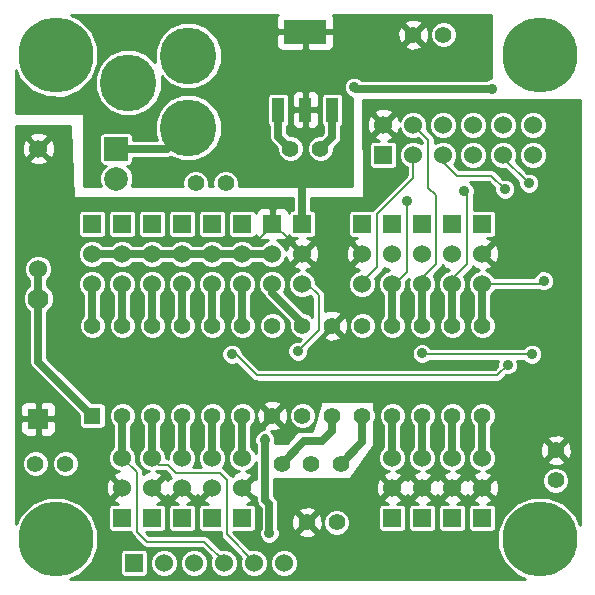
<source format=gtl>
G04 (created by PCBNEW (2013-05-31 BZR 4019)-stable) date 7/5/2014 3:34:13 PM*
%MOIN*%
G04 Gerber Fmt 3.4, Leading zero omitted, Abs format*
%FSLAX34Y34*%
G01*
G70*
G90*
G04 APERTURE LIST*
%ADD10C,0.00590551*%
%ADD11R,0.144X0.08*%
%ADD12R,0.04X0.08*%
%ADD13C,0.25*%
%ADD14C,0.055*%
%ADD15R,0.055X0.055*%
%ADD16R,0.0787X0.0787*%
%ADD17C,0.0787*%
%ADD18R,0.06X0.06*%
%ADD19C,0.06*%
%ADD20C,0.07*%
%ADD21R,0.07X0.07*%
%ADD22C,0.189*%
%ADD23C,0.035*%
%ADD24C,0.008*%
%ADD25C,0.025*%
%ADD26C,0.01*%
G04 APERTURE END LIST*
G54D10*
G54D11*
X31553Y-16548D03*
G54D12*
X31553Y-19148D03*
X32453Y-19148D03*
X30653Y-19148D03*
G54D13*
X23228Y-17322D03*
X39370Y-17322D03*
X39370Y-33464D03*
G54D14*
X35153Y-16648D03*
X36153Y-16648D03*
X32053Y-20448D03*
X31053Y-20448D03*
X23553Y-30948D03*
X22553Y-30948D03*
X28900Y-21600D03*
X27900Y-21600D03*
X25453Y-29348D03*
X26453Y-29348D03*
X27453Y-29348D03*
X28453Y-29348D03*
X29453Y-29348D03*
X30453Y-29348D03*
X31453Y-29348D03*
X32453Y-29348D03*
X33453Y-29348D03*
X34453Y-29348D03*
X35453Y-29348D03*
X36453Y-29348D03*
X37453Y-29348D03*
G54D15*
X24453Y-29348D03*
G54D14*
X37453Y-26348D03*
X36453Y-26348D03*
X35453Y-26348D03*
X34453Y-26348D03*
X33453Y-26348D03*
X32453Y-26348D03*
X31453Y-26348D03*
X30453Y-26348D03*
X29453Y-26348D03*
X28453Y-26348D03*
X27453Y-26348D03*
X26453Y-26348D03*
X25453Y-26348D03*
X24453Y-26348D03*
G54D16*
X25253Y-20448D03*
G54D17*
X25253Y-21448D03*
G54D18*
X25846Y-34251D03*
G54D19*
X26846Y-34251D03*
X27846Y-34251D03*
X28846Y-34251D03*
X29846Y-34251D03*
X30846Y-34251D03*
G54D18*
X29453Y-32748D03*
G54D19*
X29453Y-31748D03*
X29453Y-30748D03*
G54D18*
X33453Y-22948D03*
G54D19*
X33453Y-23948D03*
X33453Y-24948D03*
G54D18*
X34453Y-22948D03*
G54D19*
X34453Y-23948D03*
X34453Y-24948D03*
G54D18*
X35453Y-22948D03*
G54D19*
X35453Y-23948D03*
X35453Y-24948D03*
G54D18*
X36453Y-22948D03*
G54D19*
X36453Y-23948D03*
X36453Y-24948D03*
G54D18*
X37453Y-22948D03*
G54D19*
X37453Y-23948D03*
X37453Y-24948D03*
G54D18*
X37453Y-32748D03*
G54D19*
X37453Y-31748D03*
X37453Y-30748D03*
G54D18*
X36453Y-32748D03*
G54D19*
X36453Y-31748D03*
X36453Y-30748D03*
G54D18*
X35453Y-32748D03*
G54D19*
X35453Y-31748D03*
X35453Y-30748D03*
G54D18*
X34453Y-32748D03*
G54D19*
X34453Y-31748D03*
X34453Y-30748D03*
G54D18*
X29453Y-22948D03*
G54D19*
X29453Y-23948D03*
X29453Y-24948D03*
G54D18*
X28453Y-32748D03*
G54D19*
X28453Y-31748D03*
X28453Y-30748D03*
G54D18*
X27453Y-32748D03*
G54D19*
X27453Y-31748D03*
X27453Y-30748D03*
G54D18*
X26453Y-32748D03*
G54D19*
X26453Y-31748D03*
X26453Y-30748D03*
G54D18*
X25453Y-32748D03*
G54D19*
X25453Y-31748D03*
X25453Y-30748D03*
G54D18*
X24453Y-22948D03*
G54D19*
X24453Y-23948D03*
X24453Y-24948D03*
G54D18*
X25453Y-22948D03*
G54D19*
X25453Y-23948D03*
X25453Y-24948D03*
G54D18*
X26453Y-22948D03*
G54D19*
X26453Y-23948D03*
X26453Y-24948D03*
G54D18*
X27453Y-22948D03*
G54D19*
X27453Y-23948D03*
X27453Y-24948D03*
G54D18*
X28453Y-22948D03*
G54D19*
X28453Y-23948D03*
X28453Y-24948D03*
G54D20*
X22653Y-25448D03*
G54D21*
X22653Y-29448D03*
G54D19*
X22653Y-20448D03*
X22653Y-24448D03*
G54D18*
X30453Y-22948D03*
G54D19*
X30453Y-23948D03*
X30453Y-24948D03*
G54D18*
X31453Y-22948D03*
G54D19*
X31453Y-23948D03*
X31453Y-24948D03*
G54D13*
X23228Y-33464D03*
G54D14*
X32737Y-30948D03*
X30769Y-30948D03*
X31753Y-30948D03*
G54D18*
X34153Y-20648D03*
G54D19*
X34153Y-19648D03*
X35153Y-20648D03*
X35153Y-19648D03*
X36153Y-20648D03*
X36153Y-19648D03*
X37153Y-20648D03*
X37153Y-19648D03*
X38153Y-20648D03*
X38153Y-19648D03*
X39153Y-20648D03*
X39153Y-19648D03*
G54D22*
X27650Y-17350D03*
X27650Y-19750D03*
X25650Y-18250D03*
G54D14*
X31600Y-32900D03*
X32600Y-32900D03*
X39900Y-30500D03*
X39900Y-31500D03*
G54D23*
X38300Y-27650D03*
X38200Y-21800D03*
X29100Y-27300D03*
X36850Y-21850D03*
X34953Y-22198D03*
X35450Y-27275D03*
X39100Y-27300D03*
X39000Y-21600D03*
X39503Y-24848D03*
X37775Y-18450D03*
X33175Y-18400D03*
X31300Y-27200D03*
X30354Y-33267D03*
X30200Y-30150D03*
G54D24*
X30453Y-22948D02*
X30473Y-22948D01*
X30473Y-22948D02*
X31000Y-23475D01*
X30453Y-22948D02*
X30453Y-23021D01*
X30453Y-23021D02*
X30000Y-23475D01*
G54D25*
X29453Y-26348D02*
X29453Y-24948D01*
X28453Y-26348D02*
X28453Y-24948D01*
X27453Y-26348D02*
X27453Y-24948D01*
X26453Y-26348D02*
X26453Y-24948D01*
X25453Y-26348D02*
X25453Y-24948D01*
X24453Y-26348D02*
X24453Y-24948D01*
G54D24*
X36153Y-20648D02*
X36153Y-20903D01*
X37750Y-21350D02*
X38200Y-21800D01*
X36600Y-21350D02*
X37750Y-21350D01*
X36153Y-20903D02*
X36600Y-21350D01*
X29100Y-27300D02*
X29225Y-27300D01*
X37950Y-28000D02*
X38300Y-27650D01*
X29925Y-28000D02*
X37950Y-28000D01*
X29225Y-27300D02*
X29925Y-28000D01*
G54D25*
X31453Y-26348D02*
X31453Y-26253D01*
X30453Y-25253D02*
X30453Y-24948D01*
X31453Y-26253D02*
X30453Y-25253D01*
X25453Y-30748D02*
X25453Y-29348D01*
G54D24*
X28846Y-34251D02*
X28846Y-34200D01*
X25944Y-31239D02*
X25453Y-30748D01*
X25944Y-33228D02*
X25944Y-31239D01*
X26259Y-33543D02*
X25944Y-33228D01*
X28188Y-33543D02*
X26259Y-33543D01*
X28846Y-34200D02*
X28188Y-33543D01*
G54D25*
X26453Y-30748D02*
X26453Y-29348D01*
G54D24*
X29846Y-34251D02*
X29846Y-34216D01*
X26689Y-30984D02*
X26453Y-30748D01*
X26968Y-30984D02*
X26689Y-30984D01*
X27244Y-31259D02*
X26968Y-30984D01*
X28700Y-31259D02*
X27244Y-31259D01*
X28937Y-31496D02*
X28700Y-31259D01*
X28937Y-33307D02*
X28937Y-31496D01*
X29846Y-34216D02*
X28937Y-33307D01*
X36453Y-24948D02*
X36453Y-24796D01*
X36950Y-21950D02*
X36850Y-21850D01*
X36950Y-24300D02*
X36950Y-21950D01*
X36453Y-24796D02*
X36950Y-24300D01*
G54D25*
X36453Y-24948D02*
X36453Y-26348D01*
G54D24*
X35653Y-20800D02*
X35653Y-21753D01*
X35653Y-21753D02*
X35903Y-22003D01*
G54D25*
X35453Y-24948D02*
X35453Y-26348D01*
G54D24*
X35453Y-24948D02*
X35453Y-24748D01*
X35903Y-24298D02*
X35903Y-22003D01*
X35453Y-24748D02*
X35903Y-24298D01*
X35653Y-20148D02*
X35153Y-19648D01*
X35653Y-20800D02*
X35653Y-20148D01*
G54D25*
X34453Y-24948D02*
X34453Y-26348D01*
G54D24*
X34453Y-24948D02*
X34553Y-24948D01*
X34953Y-24548D02*
X34953Y-22198D01*
X34553Y-24948D02*
X34953Y-24548D01*
X33953Y-23050D02*
X33953Y-22621D01*
X35153Y-21421D02*
X35153Y-20648D01*
X33953Y-22621D02*
X35153Y-21421D01*
X33453Y-24948D02*
X33453Y-24898D01*
X33453Y-24898D02*
X33953Y-24398D01*
X33953Y-24398D02*
X33953Y-23050D01*
G54D25*
X27453Y-30748D02*
X27453Y-29348D01*
X28453Y-30748D02*
X28453Y-29348D01*
X29453Y-30748D02*
X29453Y-29348D01*
X34453Y-29348D02*
X34453Y-30748D01*
G54D24*
X35475Y-27300D02*
X39100Y-27300D01*
X35450Y-27275D02*
X35475Y-27300D01*
X39000Y-21600D02*
X38153Y-20753D01*
X38153Y-20753D02*
X38153Y-20648D01*
G54D25*
X35453Y-29348D02*
X35453Y-30748D01*
X36453Y-29348D02*
X36453Y-30748D01*
X37453Y-29348D02*
X37453Y-30748D01*
X37453Y-24948D02*
X37453Y-26348D01*
G54D24*
X37453Y-24948D02*
X39403Y-24948D01*
X39403Y-24948D02*
X39503Y-24848D01*
G54D25*
X32453Y-29348D02*
X32453Y-29846D01*
X31517Y-30200D02*
X30769Y-30948D01*
X32100Y-30200D02*
X31517Y-30200D01*
X32453Y-29846D02*
X32100Y-30200D01*
X33453Y-29348D02*
X33453Y-30232D01*
X33453Y-30232D02*
X32737Y-30948D01*
X33225Y-18450D02*
X37775Y-18450D01*
X33175Y-18400D02*
X33225Y-18450D01*
X32453Y-19148D02*
X32453Y-20048D01*
X32453Y-20048D02*
X32053Y-20448D01*
X25253Y-20448D02*
X26953Y-20448D01*
X26953Y-20448D02*
X27653Y-19748D01*
X31453Y-22948D02*
X31453Y-21553D01*
X31453Y-21553D02*
X31450Y-21550D01*
X30653Y-19148D02*
X30653Y-20048D01*
X30653Y-20048D02*
X31053Y-20448D01*
X24453Y-23948D02*
X25453Y-23948D01*
X25453Y-23948D02*
X26453Y-23948D01*
X26453Y-23948D02*
X27453Y-23948D01*
X27453Y-23948D02*
X28453Y-23948D01*
X28453Y-23948D02*
X29453Y-23948D01*
X29453Y-23948D02*
X30453Y-23948D01*
G54D24*
X31300Y-27200D02*
X32000Y-26500D01*
X32000Y-26500D02*
X32000Y-25325D01*
X32000Y-25325D02*
X31623Y-24948D01*
X31623Y-24948D02*
X31453Y-24948D01*
G54D25*
X30200Y-32150D02*
X30200Y-30100D01*
X30354Y-32304D02*
X30200Y-32150D01*
X30354Y-33267D02*
X30354Y-32304D01*
G54D24*
X30200Y-30150D02*
X30200Y-30100D01*
G54D25*
X22653Y-25448D02*
X22653Y-27548D01*
X22653Y-27548D02*
X24453Y-29348D01*
X22653Y-25448D02*
X22653Y-24448D01*
G54D10*
G36*
X34529Y-23953D02*
X34459Y-24024D01*
X34453Y-24018D01*
X34447Y-24024D01*
X34377Y-23953D01*
X34382Y-23948D01*
X34377Y-23942D01*
X34447Y-23871D01*
X34453Y-23877D01*
X34459Y-23871D01*
X34529Y-23942D01*
X34524Y-23948D01*
X34529Y-23953D01*
X34529Y-23953D01*
G37*
G54D26*
X34529Y-23953D02*
X34459Y-24024D01*
X34453Y-24018D01*
X34447Y-24024D01*
X34377Y-23953D01*
X34382Y-23948D01*
X34377Y-23942D01*
X34447Y-23871D01*
X34453Y-23877D01*
X34459Y-23871D01*
X34529Y-23942D01*
X34524Y-23948D01*
X34529Y-23953D01*
G54D10*
G36*
X35529Y-23953D02*
X35459Y-24024D01*
X35453Y-24018D01*
X35447Y-24024D01*
X35377Y-23953D01*
X35382Y-23948D01*
X35377Y-23942D01*
X35447Y-23871D01*
X35453Y-23877D01*
X35459Y-23871D01*
X35529Y-23942D01*
X35524Y-23948D01*
X35529Y-23953D01*
X35529Y-23953D01*
G37*
G54D26*
X35529Y-23953D02*
X35459Y-24024D01*
X35453Y-24018D01*
X35447Y-24024D01*
X35377Y-23953D01*
X35382Y-23948D01*
X35377Y-23942D01*
X35447Y-23871D01*
X35453Y-23877D01*
X35459Y-23871D01*
X35529Y-23942D01*
X35524Y-23948D01*
X35529Y-23953D01*
G54D10*
G36*
X36529Y-23953D02*
X36459Y-24024D01*
X36453Y-24018D01*
X36447Y-24024D01*
X36377Y-23953D01*
X36382Y-23948D01*
X36377Y-23942D01*
X36447Y-23871D01*
X36453Y-23877D01*
X36459Y-23871D01*
X36529Y-23942D01*
X36524Y-23948D01*
X36529Y-23953D01*
X36529Y-23953D01*
G37*
G54D26*
X36529Y-23953D02*
X36459Y-24024D01*
X36453Y-24018D01*
X36447Y-24024D01*
X36377Y-23953D01*
X36382Y-23948D01*
X36377Y-23942D01*
X36447Y-23871D01*
X36453Y-23877D01*
X36459Y-23871D01*
X36529Y-23942D01*
X36524Y-23948D01*
X36529Y-23953D01*
G54D10*
G36*
X40708Y-32985D02*
X40574Y-32661D01*
X40429Y-32516D01*
X40429Y-30575D01*
X40418Y-30367D01*
X40360Y-30227D01*
X40267Y-30202D01*
X40197Y-30273D01*
X40197Y-30132D01*
X40172Y-30039D01*
X39975Y-29970D01*
X39848Y-29977D01*
X39848Y-24779D01*
X39796Y-24652D01*
X39699Y-24555D01*
X39623Y-24524D01*
X39623Y-20554D01*
X39623Y-19554D01*
X39552Y-19382D01*
X39420Y-19249D01*
X39247Y-19178D01*
X39060Y-19177D01*
X38887Y-19249D01*
X38755Y-19381D01*
X38683Y-19554D01*
X38683Y-19741D01*
X38754Y-19913D01*
X38886Y-20046D01*
X39059Y-20117D01*
X39246Y-20118D01*
X39419Y-20046D01*
X39551Y-19914D01*
X39623Y-19741D01*
X39623Y-19554D01*
X39623Y-20554D01*
X39552Y-20382D01*
X39420Y-20249D01*
X39247Y-20178D01*
X39060Y-20177D01*
X38887Y-20249D01*
X38755Y-20381D01*
X38683Y-20554D01*
X38683Y-20741D01*
X38754Y-20913D01*
X38886Y-21046D01*
X39059Y-21117D01*
X39246Y-21118D01*
X39419Y-21046D01*
X39551Y-20914D01*
X39623Y-20741D01*
X39623Y-20554D01*
X39623Y-24524D01*
X39572Y-24503D01*
X39435Y-24502D01*
X39345Y-24540D01*
X39345Y-21531D01*
X39292Y-21404D01*
X39195Y-21307D01*
X39068Y-21255D01*
X38951Y-21254D01*
X38569Y-20872D01*
X38623Y-20741D01*
X38623Y-20554D01*
X38623Y-19554D01*
X38552Y-19382D01*
X38420Y-19249D01*
X38247Y-19178D01*
X38060Y-19177D01*
X37887Y-19249D01*
X37755Y-19381D01*
X37683Y-19554D01*
X37683Y-19741D01*
X37754Y-19913D01*
X37886Y-20046D01*
X38059Y-20117D01*
X38246Y-20118D01*
X38419Y-20046D01*
X38551Y-19914D01*
X38623Y-19741D01*
X38623Y-19554D01*
X38623Y-20554D01*
X38552Y-20382D01*
X38420Y-20249D01*
X38247Y-20178D01*
X38060Y-20177D01*
X37887Y-20249D01*
X37755Y-20381D01*
X37683Y-20554D01*
X37683Y-20741D01*
X37754Y-20913D01*
X37886Y-21046D01*
X38059Y-21117D01*
X38221Y-21118D01*
X38655Y-21552D01*
X38654Y-21668D01*
X38707Y-21795D01*
X38804Y-21892D01*
X38931Y-21944D01*
X39068Y-21945D01*
X39195Y-21892D01*
X39292Y-21795D01*
X39344Y-21668D01*
X39345Y-21531D01*
X39345Y-24540D01*
X39308Y-24555D01*
X39211Y-24652D01*
X39175Y-24738D01*
X38008Y-24738D01*
X38008Y-24029D01*
X37997Y-23811D01*
X37934Y-23660D01*
X37839Y-23632D01*
X37524Y-23948D01*
X37839Y-24263D01*
X37934Y-24235D01*
X38008Y-24029D01*
X38008Y-24738D01*
X37875Y-24738D01*
X37852Y-24682D01*
X37720Y-24549D01*
X37581Y-24492D01*
X37590Y-24491D01*
X37741Y-24429D01*
X37768Y-24333D01*
X37453Y-24018D01*
X37447Y-24024D01*
X37377Y-23953D01*
X37382Y-23948D01*
X37377Y-23942D01*
X37447Y-23871D01*
X37453Y-23877D01*
X37768Y-23562D01*
X37741Y-23466D01*
X37604Y-23418D01*
X37787Y-23418D01*
X37849Y-23392D01*
X37897Y-23344D01*
X37923Y-23281D01*
X37923Y-23214D01*
X37923Y-22614D01*
X37897Y-22551D01*
X37849Y-22503D01*
X37787Y-22478D01*
X37719Y-22478D01*
X37160Y-22478D01*
X37160Y-22003D01*
X37194Y-21918D01*
X37195Y-21781D01*
X37142Y-21654D01*
X37047Y-21560D01*
X37663Y-21560D01*
X37855Y-21752D01*
X37854Y-21868D01*
X37907Y-21995D01*
X38004Y-22092D01*
X38131Y-22144D01*
X38268Y-22145D01*
X38395Y-22092D01*
X38492Y-21995D01*
X38544Y-21868D01*
X38545Y-21731D01*
X38492Y-21604D01*
X38395Y-21507D01*
X38268Y-21455D01*
X38151Y-21454D01*
X37898Y-21201D01*
X37830Y-21155D01*
X37750Y-21140D01*
X37623Y-21140D01*
X37623Y-20554D01*
X37623Y-19554D01*
X37552Y-19382D01*
X37420Y-19249D01*
X37247Y-19178D01*
X37060Y-19177D01*
X36887Y-19249D01*
X36755Y-19381D01*
X36683Y-19554D01*
X36683Y-19741D01*
X36754Y-19913D01*
X36886Y-20046D01*
X37059Y-20117D01*
X37246Y-20118D01*
X37419Y-20046D01*
X37551Y-19914D01*
X37623Y-19741D01*
X37623Y-19554D01*
X37623Y-20554D01*
X37552Y-20382D01*
X37420Y-20249D01*
X37247Y-20178D01*
X37060Y-20177D01*
X36887Y-20249D01*
X36755Y-20381D01*
X36683Y-20554D01*
X36683Y-20741D01*
X36754Y-20913D01*
X36886Y-21046D01*
X37059Y-21117D01*
X37246Y-21118D01*
X37419Y-21046D01*
X37551Y-20914D01*
X37623Y-20741D01*
X37623Y-20554D01*
X37623Y-21140D01*
X36686Y-21140D01*
X36506Y-20959D01*
X36551Y-20914D01*
X36623Y-20741D01*
X36623Y-20554D01*
X36623Y-19554D01*
X36552Y-19382D01*
X36420Y-19249D01*
X36247Y-19178D01*
X36060Y-19177D01*
X35887Y-19249D01*
X35755Y-19381D01*
X35683Y-19554D01*
X35683Y-19741D01*
X35754Y-19913D01*
X35886Y-20046D01*
X36059Y-20117D01*
X36246Y-20118D01*
X36419Y-20046D01*
X36551Y-19914D01*
X36623Y-19741D01*
X36623Y-19554D01*
X36623Y-20554D01*
X36552Y-20382D01*
X36420Y-20249D01*
X36247Y-20178D01*
X36060Y-20177D01*
X35887Y-20249D01*
X35863Y-20273D01*
X35863Y-20148D01*
X35847Y-20067D01*
X35847Y-20067D01*
X35802Y-19999D01*
X35600Y-19797D01*
X35623Y-19741D01*
X35623Y-19554D01*
X35552Y-19382D01*
X35420Y-19249D01*
X35247Y-19178D01*
X35060Y-19177D01*
X34887Y-19249D01*
X34755Y-19381D01*
X34697Y-19519D01*
X34697Y-19511D01*
X34634Y-19360D01*
X34539Y-19332D01*
X34468Y-19403D01*
X34468Y-19262D01*
X34441Y-19166D01*
X34235Y-19093D01*
X34016Y-19104D01*
X33865Y-19166D01*
X33838Y-19262D01*
X34153Y-19577D01*
X34468Y-19262D01*
X34468Y-19403D01*
X34224Y-19648D01*
X34539Y-19963D01*
X34634Y-19935D01*
X34694Y-19768D01*
X34754Y-19913D01*
X34886Y-20046D01*
X35059Y-20117D01*
X35246Y-20118D01*
X35303Y-20094D01*
X35443Y-20235D01*
X35443Y-20273D01*
X35420Y-20249D01*
X35247Y-20178D01*
X35060Y-20177D01*
X34887Y-20249D01*
X34755Y-20381D01*
X34683Y-20554D01*
X34683Y-20741D01*
X34754Y-20913D01*
X34886Y-21046D01*
X34943Y-21069D01*
X34943Y-21334D01*
X34623Y-21654D01*
X34623Y-20914D01*
X34623Y-20314D01*
X34597Y-20251D01*
X34549Y-20203D01*
X34487Y-20178D01*
X34419Y-20178D01*
X34323Y-20178D01*
X34441Y-20129D01*
X34468Y-20033D01*
X34153Y-19718D01*
X34082Y-19789D01*
X34082Y-19648D01*
X33767Y-19332D01*
X33672Y-19360D01*
X33598Y-19566D01*
X33609Y-19784D01*
X33672Y-19935D01*
X33767Y-19963D01*
X34082Y-19648D01*
X34082Y-19789D01*
X33838Y-20033D01*
X33865Y-20129D01*
X34002Y-20178D01*
X33819Y-20178D01*
X33757Y-20203D01*
X33709Y-20251D01*
X33683Y-20314D01*
X33683Y-20381D01*
X33683Y-20981D01*
X33709Y-21044D01*
X33757Y-21092D01*
X33819Y-21118D01*
X33887Y-21118D01*
X34487Y-21118D01*
X34549Y-21092D01*
X34597Y-21044D01*
X34623Y-20981D01*
X34623Y-20914D01*
X34623Y-21654D01*
X33805Y-22472D01*
X33798Y-22482D01*
X33787Y-22478D01*
X33719Y-22478D01*
X33119Y-22478D01*
X33057Y-22503D01*
X33009Y-22551D01*
X32983Y-22614D01*
X32983Y-22681D01*
X32983Y-23281D01*
X33009Y-23344D01*
X33057Y-23392D01*
X33119Y-23418D01*
X33187Y-23418D01*
X33283Y-23418D01*
X33165Y-23466D01*
X33138Y-23562D01*
X33453Y-23877D01*
X33459Y-23871D01*
X33529Y-23942D01*
X33524Y-23948D01*
X33529Y-23953D01*
X33459Y-24024D01*
X33453Y-24018D01*
X33382Y-24089D01*
X33382Y-23948D01*
X33067Y-23632D01*
X32972Y-23660D01*
X32898Y-23866D01*
X32909Y-24084D01*
X32972Y-24235D01*
X33067Y-24263D01*
X33382Y-23948D01*
X33382Y-24089D01*
X33138Y-24333D01*
X33165Y-24429D01*
X33333Y-24489D01*
X33187Y-24549D01*
X33055Y-24681D01*
X32983Y-24854D01*
X32983Y-25041D01*
X33054Y-25213D01*
X33186Y-25346D01*
X33359Y-25417D01*
X33546Y-25418D01*
X33719Y-25346D01*
X33851Y-25214D01*
X33923Y-25041D01*
X33923Y-24854D01*
X33885Y-24762D01*
X34102Y-24546D01*
X34147Y-24478D01*
X34147Y-24478D01*
X34160Y-24412D01*
X34165Y-24429D01*
X34333Y-24489D01*
X34187Y-24549D01*
X34055Y-24681D01*
X33983Y-24854D01*
X33983Y-25041D01*
X34054Y-25213D01*
X34158Y-25317D01*
X34158Y-26013D01*
X34076Y-26095D01*
X34008Y-26259D01*
X34008Y-26436D01*
X34076Y-26599D01*
X34201Y-26725D01*
X34364Y-26792D01*
X34541Y-26793D01*
X34705Y-26725D01*
X34830Y-26600D01*
X34898Y-26436D01*
X34898Y-26259D01*
X34831Y-26096D01*
X34748Y-26013D01*
X34748Y-25317D01*
X34851Y-25214D01*
X34923Y-25041D01*
X34923Y-24874D01*
X35011Y-24787D01*
X34983Y-24854D01*
X34983Y-25041D01*
X35054Y-25213D01*
X35158Y-25317D01*
X35158Y-26013D01*
X35076Y-26095D01*
X35008Y-26259D01*
X35008Y-26436D01*
X35076Y-26599D01*
X35201Y-26725D01*
X35364Y-26792D01*
X35541Y-26793D01*
X35705Y-26725D01*
X35830Y-26600D01*
X35898Y-26436D01*
X35898Y-26259D01*
X35831Y-26096D01*
X35748Y-26013D01*
X35748Y-25317D01*
X35851Y-25214D01*
X35923Y-25041D01*
X35923Y-24854D01*
X35852Y-24682D01*
X35834Y-24664D01*
X36052Y-24446D01*
X36097Y-24378D01*
X36098Y-24373D01*
X36138Y-24333D01*
X36165Y-24429D01*
X36333Y-24489D01*
X36187Y-24549D01*
X36055Y-24681D01*
X35983Y-24854D01*
X35983Y-25041D01*
X36054Y-25213D01*
X36158Y-25317D01*
X36158Y-26013D01*
X36076Y-26095D01*
X36008Y-26259D01*
X36008Y-26436D01*
X36076Y-26599D01*
X36201Y-26725D01*
X36364Y-26792D01*
X36541Y-26793D01*
X36705Y-26725D01*
X36830Y-26600D01*
X36898Y-26436D01*
X36898Y-26259D01*
X36831Y-26096D01*
X36748Y-26013D01*
X36748Y-25317D01*
X36851Y-25214D01*
X36923Y-25041D01*
X36923Y-24854D01*
X36855Y-24691D01*
X37098Y-24448D01*
X37144Y-24380D01*
X37144Y-24380D01*
X37147Y-24364D01*
X37165Y-24429D01*
X37333Y-24489D01*
X37187Y-24549D01*
X37055Y-24681D01*
X36983Y-24854D01*
X36983Y-25041D01*
X37054Y-25213D01*
X37158Y-25317D01*
X37158Y-26013D01*
X37076Y-26095D01*
X37008Y-26259D01*
X37008Y-26436D01*
X37076Y-26599D01*
X37201Y-26725D01*
X37364Y-26792D01*
X37541Y-26793D01*
X37705Y-26725D01*
X37830Y-26600D01*
X37898Y-26436D01*
X37898Y-26259D01*
X37831Y-26096D01*
X37748Y-26013D01*
X37748Y-25317D01*
X37851Y-25214D01*
X37875Y-25158D01*
X39350Y-25158D01*
X39434Y-25192D01*
X39571Y-25193D01*
X39698Y-25140D01*
X39795Y-25043D01*
X39848Y-24916D01*
X39848Y-24779D01*
X39848Y-29977D01*
X39767Y-29981D01*
X39627Y-30039D01*
X39602Y-30132D01*
X39900Y-30429D01*
X40197Y-30132D01*
X40197Y-30273D01*
X39970Y-30500D01*
X40267Y-30797D01*
X40360Y-30772D01*
X40429Y-30575D01*
X40429Y-32516D01*
X40345Y-32431D01*
X40345Y-31411D01*
X40277Y-31248D01*
X40197Y-31167D01*
X40197Y-30867D01*
X39900Y-30570D01*
X39829Y-30641D01*
X39829Y-30500D01*
X39532Y-30202D01*
X39445Y-30225D01*
X39445Y-27231D01*
X39392Y-27104D01*
X39295Y-27007D01*
X39168Y-26955D01*
X39031Y-26954D01*
X38904Y-27007D01*
X38822Y-27090D01*
X35746Y-27090D01*
X35742Y-27079D01*
X35645Y-26982D01*
X35518Y-26930D01*
X35381Y-26929D01*
X35254Y-26982D01*
X35157Y-27079D01*
X35105Y-27206D01*
X35104Y-27343D01*
X35157Y-27470D01*
X35254Y-27567D01*
X35381Y-27619D01*
X35518Y-27620D01*
X35645Y-27567D01*
X35702Y-27510D01*
X37984Y-27510D01*
X37955Y-27581D01*
X37954Y-27698D01*
X37863Y-27790D01*
X33898Y-27790D01*
X33898Y-26259D01*
X33831Y-26096D01*
X33705Y-25970D01*
X33542Y-25903D01*
X33365Y-25902D01*
X33201Y-25970D01*
X33076Y-26095D01*
X33008Y-26259D01*
X33008Y-26436D01*
X33076Y-26599D01*
X33201Y-26725D01*
X33364Y-26792D01*
X33541Y-26793D01*
X33705Y-26725D01*
X33830Y-26600D01*
X33898Y-26436D01*
X33898Y-26259D01*
X33898Y-27790D01*
X32983Y-27790D01*
X32983Y-26423D01*
X32972Y-26215D01*
X32914Y-26075D01*
X32821Y-26050D01*
X32750Y-26121D01*
X32750Y-25980D01*
X32726Y-25887D01*
X32529Y-25818D01*
X32320Y-25829D01*
X32210Y-25875D01*
X32210Y-25325D01*
X32194Y-25244D01*
X32194Y-25244D01*
X32175Y-25217D01*
X32148Y-25176D01*
X32148Y-25176D01*
X32008Y-25036D01*
X32008Y-24029D01*
X31997Y-23811D01*
X31934Y-23660D01*
X31839Y-23632D01*
X31524Y-23948D01*
X31839Y-24263D01*
X31934Y-24235D01*
X32008Y-24029D01*
X32008Y-25036D01*
X31923Y-24951D01*
X31923Y-24854D01*
X31852Y-24682D01*
X31720Y-24549D01*
X31581Y-24492D01*
X31590Y-24491D01*
X31741Y-24429D01*
X31768Y-24333D01*
X31453Y-24018D01*
X31138Y-24333D01*
X31165Y-24429D01*
X31333Y-24489D01*
X31187Y-24549D01*
X31055Y-24681D01*
X30983Y-24854D01*
X30983Y-25041D01*
X31054Y-25213D01*
X31186Y-25346D01*
X31359Y-25417D01*
X31546Y-25418D01*
X31719Y-25346D01*
X31722Y-25344D01*
X31790Y-25411D01*
X31790Y-26055D01*
X31705Y-25970D01*
X31542Y-25903D01*
X31520Y-25903D01*
X30841Y-25224D01*
X30851Y-25214D01*
X30923Y-25041D01*
X30923Y-24854D01*
X30852Y-24682D01*
X30720Y-24549D01*
X30547Y-24478D01*
X30360Y-24477D01*
X30187Y-24549D01*
X30055Y-24681D01*
X29983Y-24854D01*
X29983Y-25041D01*
X30054Y-25213D01*
X30174Y-25333D01*
X30180Y-25366D01*
X30244Y-25462D01*
X31018Y-26235D01*
X31008Y-26259D01*
X31008Y-26436D01*
X31076Y-26599D01*
X31201Y-26725D01*
X31364Y-26792D01*
X31410Y-26792D01*
X31347Y-26855D01*
X31231Y-26854D01*
X31104Y-26907D01*
X31007Y-27004D01*
X30955Y-27131D01*
X30954Y-27268D01*
X31007Y-27395D01*
X31104Y-27492D01*
X31231Y-27544D01*
X31368Y-27545D01*
X31495Y-27492D01*
X31592Y-27395D01*
X31644Y-27268D01*
X31645Y-27151D01*
X32148Y-26648D01*
X32148Y-26648D01*
X32148Y-26648D01*
X32194Y-26580D01*
X32194Y-26580D01*
X32204Y-26526D01*
X32204Y-26526D01*
X32382Y-26348D01*
X32377Y-26342D01*
X32447Y-26271D01*
X32453Y-26277D01*
X32750Y-25980D01*
X32750Y-26121D01*
X32524Y-26348D01*
X32821Y-26645D01*
X32914Y-26620D01*
X32983Y-26423D01*
X32983Y-27790D01*
X32750Y-27790D01*
X32750Y-26715D01*
X32453Y-26418D01*
X32156Y-26715D01*
X32180Y-26808D01*
X32377Y-26877D01*
X32586Y-26866D01*
X32726Y-26808D01*
X32750Y-26715D01*
X32750Y-27790D01*
X30898Y-27790D01*
X30898Y-26259D01*
X30831Y-26096D01*
X30705Y-25970D01*
X30542Y-25903D01*
X30365Y-25902D01*
X30201Y-25970D01*
X30076Y-26095D01*
X30008Y-26259D01*
X30008Y-26436D01*
X30076Y-26599D01*
X30201Y-26725D01*
X30364Y-26792D01*
X30541Y-26793D01*
X30705Y-26725D01*
X30830Y-26600D01*
X30898Y-26436D01*
X30898Y-26259D01*
X30898Y-27790D01*
X30011Y-27790D01*
X29923Y-27701D01*
X29923Y-24854D01*
X29852Y-24682D01*
X29720Y-24549D01*
X29547Y-24478D01*
X29360Y-24477D01*
X29187Y-24549D01*
X29055Y-24681D01*
X28983Y-24854D01*
X28983Y-25041D01*
X29054Y-25213D01*
X29158Y-25317D01*
X29158Y-26013D01*
X29076Y-26095D01*
X29008Y-26259D01*
X29008Y-26436D01*
X29076Y-26599D01*
X29201Y-26725D01*
X29364Y-26792D01*
X29541Y-26793D01*
X29705Y-26725D01*
X29830Y-26600D01*
X29898Y-26436D01*
X29898Y-26259D01*
X29831Y-26096D01*
X29748Y-26013D01*
X29748Y-25317D01*
X29851Y-25214D01*
X29923Y-25041D01*
X29923Y-24854D01*
X29923Y-27701D01*
X29439Y-27217D01*
X29392Y-27104D01*
X29295Y-27007D01*
X29168Y-26955D01*
X29031Y-26954D01*
X28923Y-26999D01*
X28923Y-24854D01*
X28852Y-24682D01*
X28720Y-24549D01*
X28547Y-24478D01*
X28360Y-24477D01*
X28187Y-24549D01*
X28055Y-24681D01*
X27983Y-24854D01*
X27983Y-25041D01*
X28054Y-25213D01*
X28158Y-25317D01*
X28158Y-26013D01*
X28076Y-26095D01*
X28008Y-26259D01*
X28008Y-26436D01*
X28076Y-26599D01*
X28201Y-26725D01*
X28364Y-26792D01*
X28541Y-26793D01*
X28705Y-26725D01*
X28830Y-26600D01*
X28898Y-26436D01*
X28898Y-26259D01*
X28831Y-26096D01*
X28748Y-26013D01*
X28748Y-25317D01*
X28851Y-25214D01*
X28923Y-25041D01*
X28923Y-24854D01*
X28923Y-26999D01*
X28904Y-27007D01*
X28807Y-27104D01*
X28755Y-27231D01*
X28754Y-27368D01*
X28807Y-27495D01*
X28904Y-27592D01*
X29031Y-27644D01*
X29168Y-27645D01*
X29242Y-27614D01*
X29776Y-28148D01*
X29776Y-28148D01*
X29844Y-28194D01*
X29844Y-28194D01*
X29909Y-28206D01*
X29924Y-28210D01*
X29924Y-28209D01*
X29925Y-28210D01*
X37950Y-28210D01*
X38030Y-28194D01*
X38098Y-28148D01*
X38252Y-27994D01*
X38368Y-27995D01*
X38495Y-27942D01*
X38592Y-27845D01*
X38644Y-27718D01*
X38645Y-27581D01*
X38615Y-27510D01*
X38822Y-27510D01*
X38904Y-27592D01*
X39031Y-27644D01*
X39168Y-27645D01*
X39295Y-27592D01*
X39392Y-27495D01*
X39444Y-27368D01*
X39445Y-27231D01*
X39445Y-30225D01*
X39439Y-30227D01*
X39370Y-30424D01*
X39381Y-30632D01*
X39439Y-30772D01*
X39532Y-30797D01*
X39829Y-30500D01*
X39829Y-30641D01*
X39602Y-30867D01*
X39627Y-30960D01*
X39824Y-31029D01*
X40032Y-31018D01*
X40172Y-30960D01*
X40197Y-30867D01*
X40197Y-31167D01*
X40152Y-31122D01*
X39988Y-31055D01*
X39811Y-31054D01*
X39648Y-31122D01*
X39522Y-31247D01*
X39455Y-31411D01*
X39454Y-31588D01*
X39522Y-31751D01*
X39647Y-31877D01*
X39811Y-31944D01*
X39988Y-31945D01*
X40151Y-31877D01*
X40277Y-31752D01*
X40344Y-31588D01*
X40345Y-31411D01*
X40345Y-32431D01*
X40175Y-32261D01*
X39653Y-32044D01*
X39088Y-32044D01*
X38566Y-32260D01*
X38166Y-32659D01*
X38008Y-33041D01*
X38008Y-31829D01*
X37997Y-31611D01*
X37934Y-31460D01*
X37923Y-31456D01*
X37923Y-30654D01*
X37852Y-30482D01*
X37748Y-30378D01*
X37748Y-29682D01*
X37830Y-29600D01*
X37898Y-29436D01*
X37898Y-29259D01*
X37831Y-29096D01*
X37705Y-28970D01*
X37542Y-28903D01*
X37365Y-28902D01*
X37201Y-28970D01*
X37076Y-29095D01*
X37008Y-29259D01*
X37008Y-29436D01*
X37076Y-29599D01*
X37158Y-29682D01*
X37158Y-30378D01*
X37055Y-30481D01*
X36983Y-30654D01*
X36983Y-30841D01*
X37054Y-31013D01*
X37186Y-31146D01*
X37325Y-31203D01*
X37316Y-31204D01*
X37165Y-31266D01*
X37138Y-31362D01*
X37453Y-31677D01*
X37768Y-31362D01*
X37741Y-31266D01*
X37573Y-31206D01*
X37719Y-31146D01*
X37851Y-31014D01*
X37923Y-30841D01*
X37923Y-30654D01*
X37923Y-31456D01*
X37839Y-31432D01*
X37524Y-31748D01*
X37839Y-32063D01*
X37934Y-32035D01*
X38008Y-31829D01*
X38008Y-33041D01*
X37950Y-33180D01*
X37949Y-33745D01*
X38165Y-34267D01*
X38564Y-34667D01*
X38890Y-34803D01*
X37923Y-34803D01*
X37923Y-33014D01*
X37923Y-32414D01*
X37897Y-32351D01*
X37849Y-32303D01*
X37787Y-32278D01*
X37719Y-32278D01*
X37623Y-32278D01*
X37741Y-32229D01*
X37768Y-32133D01*
X37453Y-31818D01*
X37382Y-31889D01*
X37382Y-31748D01*
X37067Y-31432D01*
X36972Y-31460D01*
X36954Y-31508D01*
X36934Y-31460D01*
X36923Y-31456D01*
X36923Y-30654D01*
X36852Y-30482D01*
X36748Y-30378D01*
X36748Y-29682D01*
X36830Y-29600D01*
X36898Y-29436D01*
X36898Y-29259D01*
X36831Y-29096D01*
X36705Y-28970D01*
X36542Y-28903D01*
X36365Y-28902D01*
X36201Y-28970D01*
X36076Y-29095D01*
X36008Y-29259D01*
X36008Y-29436D01*
X36076Y-29599D01*
X36158Y-29682D01*
X36158Y-30378D01*
X36055Y-30481D01*
X35983Y-30654D01*
X35983Y-30841D01*
X36054Y-31013D01*
X36186Y-31146D01*
X36325Y-31203D01*
X36316Y-31204D01*
X36165Y-31266D01*
X36138Y-31362D01*
X36453Y-31677D01*
X36768Y-31362D01*
X36741Y-31266D01*
X36573Y-31206D01*
X36719Y-31146D01*
X36851Y-31014D01*
X36923Y-30841D01*
X36923Y-30654D01*
X36923Y-31456D01*
X36839Y-31432D01*
X36524Y-31748D01*
X36839Y-32063D01*
X36934Y-32035D01*
X36952Y-31987D01*
X36972Y-32035D01*
X37067Y-32063D01*
X37382Y-31748D01*
X37382Y-31889D01*
X37138Y-32133D01*
X37165Y-32229D01*
X37302Y-32278D01*
X37119Y-32278D01*
X37057Y-32303D01*
X37009Y-32351D01*
X36983Y-32414D01*
X36983Y-32481D01*
X36983Y-33081D01*
X37009Y-33144D01*
X37057Y-33192D01*
X37119Y-33218D01*
X37187Y-33218D01*
X37787Y-33218D01*
X37849Y-33192D01*
X37897Y-33144D01*
X37923Y-33081D01*
X37923Y-33014D01*
X37923Y-34803D01*
X36923Y-34803D01*
X36923Y-33014D01*
X36923Y-32414D01*
X36897Y-32351D01*
X36849Y-32303D01*
X36787Y-32278D01*
X36719Y-32278D01*
X36623Y-32278D01*
X36741Y-32229D01*
X36768Y-32133D01*
X36453Y-31818D01*
X36382Y-31889D01*
X36382Y-31748D01*
X36067Y-31432D01*
X35972Y-31460D01*
X35954Y-31508D01*
X35934Y-31460D01*
X35923Y-31456D01*
X35923Y-30654D01*
X35852Y-30482D01*
X35748Y-30378D01*
X35748Y-29682D01*
X35830Y-29600D01*
X35898Y-29436D01*
X35898Y-29259D01*
X35831Y-29096D01*
X35705Y-28970D01*
X35542Y-28903D01*
X35365Y-28902D01*
X35201Y-28970D01*
X35076Y-29095D01*
X35008Y-29259D01*
X35008Y-29436D01*
X35076Y-29599D01*
X35158Y-29682D01*
X35158Y-30378D01*
X35055Y-30481D01*
X34983Y-30654D01*
X34983Y-30841D01*
X35054Y-31013D01*
X35186Y-31146D01*
X35325Y-31203D01*
X35316Y-31204D01*
X35165Y-31266D01*
X35138Y-31362D01*
X35453Y-31677D01*
X35768Y-31362D01*
X35741Y-31266D01*
X35573Y-31206D01*
X35719Y-31146D01*
X35851Y-31014D01*
X35923Y-30841D01*
X35923Y-30654D01*
X35923Y-31456D01*
X35839Y-31432D01*
X35524Y-31748D01*
X35839Y-32063D01*
X35934Y-32035D01*
X35952Y-31987D01*
X35972Y-32035D01*
X36067Y-32063D01*
X36382Y-31748D01*
X36382Y-31889D01*
X36138Y-32133D01*
X36165Y-32229D01*
X36302Y-32278D01*
X36119Y-32278D01*
X36057Y-32303D01*
X36009Y-32351D01*
X35983Y-32414D01*
X35983Y-32481D01*
X35983Y-33081D01*
X36009Y-33144D01*
X36057Y-33192D01*
X36119Y-33218D01*
X36187Y-33218D01*
X36787Y-33218D01*
X36849Y-33192D01*
X36897Y-33144D01*
X36923Y-33081D01*
X36923Y-33014D01*
X36923Y-34803D01*
X35923Y-34803D01*
X35923Y-33014D01*
X35923Y-32414D01*
X35897Y-32351D01*
X35849Y-32303D01*
X35787Y-32278D01*
X35719Y-32278D01*
X35623Y-32278D01*
X35741Y-32229D01*
X35768Y-32133D01*
X35453Y-31818D01*
X35382Y-31889D01*
X35382Y-31748D01*
X35067Y-31432D01*
X34972Y-31460D01*
X34954Y-31508D01*
X34934Y-31460D01*
X34923Y-31456D01*
X34923Y-30654D01*
X34852Y-30482D01*
X34748Y-30378D01*
X34748Y-29682D01*
X34830Y-29600D01*
X34898Y-29436D01*
X34898Y-29259D01*
X34831Y-29096D01*
X34705Y-28970D01*
X34542Y-28903D01*
X34365Y-28902D01*
X34201Y-28970D01*
X34076Y-29095D01*
X34008Y-29259D01*
X34008Y-29436D01*
X34076Y-29599D01*
X34158Y-29682D01*
X34158Y-30378D01*
X34055Y-30481D01*
X33983Y-30654D01*
X33983Y-30841D01*
X34054Y-31013D01*
X34186Y-31146D01*
X34325Y-31203D01*
X34316Y-31204D01*
X34165Y-31266D01*
X34138Y-31362D01*
X34453Y-31677D01*
X34768Y-31362D01*
X34741Y-31266D01*
X34573Y-31206D01*
X34719Y-31146D01*
X34851Y-31014D01*
X34923Y-30841D01*
X34923Y-30654D01*
X34923Y-31456D01*
X34839Y-31432D01*
X34524Y-31748D01*
X34839Y-32063D01*
X34934Y-32035D01*
X34952Y-31987D01*
X34972Y-32035D01*
X35067Y-32063D01*
X35382Y-31748D01*
X35382Y-31889D01*
X35138Y-32133D01*
X35165Y-32229D01*
X35302Y-32278D01*
X35119Y-32278D01*
X35057Y-32303D01*
X35009Y-32351D01*
X34983Y-32414D01*
X34983Y-32481D01*
X34983Y-33081D01*
X35009Y-33144D01*
X35057Y-33192D01*
X35119Y-33218D01*
X35187Y-33218D01*
X35787Y-33218D01*
X35849Y-33192D01*
X35897Y-33144D01*
X35923Y-33081D01*
X35923Y-33014D01*
X35923Y-34803D01*
X34923Y-34803D01*
X34923Y-33014D01*
X34923Y-32414D01*
X34897Y-32351D01*
X34849Y-32303D01*
X34787Y-32278D01*
X34719Y-32278D01*
X34623Y-32278D01*
X34741Y-32229D01*
X34768Y-32133D01*
X34453Y-31818D01*
X34382Y-31889D01*
X34382Y-31748D01*
X34067Y-31432D01*
X33972Y-31460D01*
X33898Y-31666D01*
X33909Y-31884D01*
X33972Y-32035D01*
X34067Y-32063D01*
X34382Y-31748D01*
X34382Y-31889D01*
X34138Y-32133D01*
X34165Y-32229D01*
X34302Y-32278D01*
X34119Y-32278D01*
X34057Y-32303D01*
X34009Y-32351D01*
X33983Y-32414D01*
X33983Y-32481D01*
X33983Y-33081D01*
X34009Y-33144D01*
X34057Y-33192D01*
X34119Y-33218D01*
X34187Y-33218D01*
X34787Y-33218D01*
X34849Y-33192D01*
X34897Y-33144D01*
X34923Y-33081D01*
X34923Y-33014D01*
X34923Y-34803D01*
X33898Y-34803D01*
X33898Y-29259D01*
X33850Y-29142D01*
X33850Y-28850D01*
X32200Y-28850D01*
X32060Y-28850D01*
X31951Y-29286D01*
X31898Y-29446D01*
X31898Y-29259D01*
X31831Y-29096D01*
X31705Y-28970D01*
X31542Y-28903D01*
X31365Y-28902D01*
X31201Y-28970D01*
X31076Y-29095D01*
X31008Y-29259D01*
X31008Y-29436D01*
X31076Y-29599D01*
X31201Y-29725D01*
X31364Y-29792D01*
X31541Y-29793D01*
X31705Y-29725D01*
X31830Y-29600D01*
X31898Y-29436D01*
X31898Y-29259D01*
X31898Y-29446D01*
X31763Y-29850D01*
X31275Y-29850D01*
X30983Y-30238D01*
X30983Y-29423D01*
X30972Y-29215D01*
X30914Y-29075D01*
X30821Y-29050D01*
X30750Y-29121D01*
X30750Y-28980D01*
X30726Y-28887D01*
X30529Y-28818D01*
X30320Y-28829D01*
X30180Y-28887D01*
X30156Y-28980D01*
X30453Y-29277D01*
X30750Y-28980D01*
X30750Y-29121D01*
X30524Y-29348D01*
X30821Y-29645D01*
X30914Y-29620D01*
X30983Y-29423D01*
X30983Y-30238D01*
X30975Y-30250D01*
X30532Y-30250D01*
X30544Y-30218D01*
X30545Y-30081D01*
X30492Y-29954D01*
X30413Y-29875D01*
X30586Y-29866D01*
X30726Y-29808D01*
X30750Y-29715D01*
X30453Y-29418D01*
X30382Y-29489D01*
X30382Y-29348D01*
X30085Y-29050D01*
X29992Y-29075D01*
X29923Y-29272D01*
X29934Y-29480D01*
X29992Y-29620D01*
X30085Y-29645D01*
X30382Y-29348D01*
X30382Y-29489D01*
X30156Y-29715D01*
X30179Y-29804D01*
X30131Y-29804D01*
X30004Y-29857D01*
X29907Y-29954D01*
X29855Y-30081D01*
X29854Y-30218D01*
X29905Y-30339D01*
X29905Y-30609D01*
X29852Y-30482D01*
X29748Y-30378D01*
X29748Y-29682D01*
X29830Y-29600D01*
X29898Y-29436D01*
X29898Y-29259D01*
X29831Y-29096D01*
X29705Y-28970D01*
X29542Y-28903D01*
X29365Y-28902D01*
X29201Y-28970D01*
X29076Y-29095D01*
X29008Y-29259D01*
X29008Y-29436D01*
X29076Y-29599D01*
X29158Y-29682D01*
X29158Y-30378D01*
X29055Y-30481D01*
X28983Y-30654D01*
X28983Y-30841D01*
X29054Y-31013D01*
X29186Y-31146D01*
X29325Y-31203D01*
X29316Y-31204D01*
X29165Y-31266D01*
X29138Y-31362D01*
X29093Y-31316D01*
X29073Y-31335D01*
X28849Y-31111D01*
X28792Y-31073D01*
X28851Y-31014D01*
X28923Y-30841D01*
X28923Y-30654D01*
X28852Y-30482D01*
X28748Y-30378D01*
X28748Y-29682D01*
X28830Y-29600D01*
X28898Y-29436D01*
X28898Y-29259D01*
X28831Y-29096D01*
X28705Y-28970D01*
X28542Y-28903D01*
X28365Y-28902D01*
X28201Y-28970D01*
X28076Y-29095D01*
X28008Y-29259D01*
X28008Y-29436D01*
X28076Y-29599D01*
X28158Y-29682D01*
X28158Y-30378D01*
X28055Y-30481D01*
X27983Y-30654D01*
X27983Y-30841D01*
X28054Y-31013D01*
X28090Y-31049D01*
X27816Y-31049D01*
X27851Y-31014D01*
X27923Y-30841D01*
X27923Y-30654D01*
X27923Y-24854D01*
X27852Y-24682D01*
X27720Y-24549D01*
X27547Y-24478D01*
X27360Y-24477D01*
X27187Y-24549D01*
X27055Y-24681D01*
X26983Y-24854D01*
X26983Y-25041D01*
X27054Y-25213D01*
X27158Y-25317D01*
X27158Y-26013D01*
X27076Y-26095D01*
X27008Y-26259D01*
X27008Y-26436D01*
X27076Y-26599D01*
X27201Y-26725D01*
X27364Y-26792D01*
X27541Y-26793D01*
X27705Y-26725D01*
X27830Y-26600D01*
X27898Y-26436D01*
X27898Y-26259D01*
X27831Y-26096D01*
X27748Y-26013D01*
X27748Y-25317D01*
X27851Y-25214D01*
X27923Y-25041D01*
X27923Y-24854D01*
X27923Y-30654D01*
X27852Y-30482D01*
X27748Y-30378D01*
X27748Y-29682D01*
X27830Y-29600D01*
X27898Y-29436D01*
X27898Y-29259D01*
X27831Y-29096D01*
X27705Y-28970D01*
X27542Y-28903D01*
X27365Y-28902D01*
X27201Y-28970D01*
X27076Y-29095D01*
X27008Y-29259D01*
X27008Y-29436D01*
X27076Y-29599D01*
X27158Y-29682D01*
X27158Y-30378D01*
X27055Y-30481D01*
X26983Y-30654D01*
X26983Y-30777D01*
X26968Y-30774D01*
X26923Y-30774D01*
X26923Y-30654D01*
X26923Y-24854D01*
X26852Y-24682D01*
X26720Y-24549D01*
X26547Y-24478D01*
X26360Y-24477D01*
X26187Y-24549D01*
X26055Y-24681D01*
X25983Y-24854D01*
X25983Y-25041D01*
X26054Y-25213D01*
X26158Y-25317D01*
X26158Y-26013D01*
X26076Y-26095D01*
X26008Y-26259D01*
X26008Y-26436D01*
X26076Y-26599D01*
X26201Y-26725D01*
X26364Y-26792D01*
X26541Y-26793D01*
X26705Y-26725D01*
X26830Y-26600D01*
X26898Y-26436D01*
X26898Y-26259D01*
X26831Y-26096D01*
X26748Y-26013D01*
X26748Y-25317D01*
X26851Y-25214D01*
X26923Y-25041D01*
X26923Y-24854D01*
X26923Y-30654D01*
X26852Y-30482D01*
X26748Y-30378D01*
X26748Y-29682D01*
X26830Y-29600D01*
X26898Y-29436D01*
X26898Y-29259D01*
X26831Y-29096D01*
X26705Y-28970D01*
X26542Y-28903D01*
X26365Y-28902D01*
X26201Y-28970D01*
X26076Y-29095D01*
X26008Y-29259D01*
X26008Y-29436D01*
X26076Y-29599D01*
X26158Y-29682D01*
X26158Y-30378D01*
X26055Y-30481D01*
X25983Y-30654D01*
X25983Y-30841D01*
X26054Y-31013D01*
X26186Y-31146D01*
X26325Y-31203D01*
X26316Y-31204D01*
X26165Y-31266D01*
X26154Y-31304D01*
X26154Y-31239D01*
X26138Y-31159D01*
X26138Y-31159D01*
X26093Y-31090D01*
X26093Y-31090D01*
X25900Y-30897D01*
X25923Y-30841D01*
X25923Y-30654D01*
X25923Y-24854D01*
X25852Y-24682D01*
X25720Y-24549D01*
X25547Y-24478D01*
X25360Y-24477D01*
X25187Y-24549D01*
X25055Y-24681D01*
X24983Y-24854D01*
X24983Y-25041D01*
X25054Y-25213D01*
X25158Y-25317D01*
X25158Y-26013D01*
X25076Y-26095D01*
X25008Y-26259D01*
X25008Y-26436D01*
X25076Y-26599D01*
X25201Y-26725D01*
X25364Y-26792D01*
X25541Y-26793D01*
X25705Y-26725D01*
X25830Y-26600D01*
X25898Y-26436D01*
X25898Y-26259D01*
X25831Y-26096D01*
X25748Y-26013D01*
X25748Y-25317D01*
X25851Y-25214D01*
X25923Y-25041D01*
X25923Y-24854D01*
X25923Y-30654D01*
X25852Y-30482D01*
X25748Y-30378D01*
X25748Y-29682D01*
X25830Y-29600D01*
X25898Y-29436D01*
X25898Y-29259D01*
X25831Y-29096D01*
X25705Y-28970D01*
X25542Y-28903D01*
X25365Y-28902D01*
X25201Y-28970D01*
X25076Y-29095D01*
X25008Y-29259D01*
X25008Y-29436D01*
X25076Y-29599D01*
X25158Y-29682D01*
X25158Y-30378D01*
X25055Y-30481D01*
X24983Y-30654D01*
X24983Y-30841D01*
X25054Y-31013D01*
X25186Y-31146D01*
X25325Y-31203D01*
X25316Y-31204D01*
X25165Y-31266D01*
X25138Y-31362D01*
X25453Y-31677D01*
X25459Y-31671D01*
X25529Y-31742D01*
X25524Y-31748D01*
X25529Y-31753D01*
X25459Y-31824D01*
X25453Y-31818D01*
X25382Y-31889D01*
X25382Y-31748D01*
X25067Y-31432D01*
X24972Y-31460D01*
X24923Y-31596D01*
X24923Y-24854D01*
X24852Y-24682D01*
X24720Y-24549D01*
X24547Y-24478D01*
X24360Y-24477D01*
X24187Y-24549D01*
X24055Y-24681D01*
X23983Y-24854D01*
X23983Y-25041D01*
X24054Y-25213D01*
X24158Y-25317D01*
X24158Y-26013D01*
X24076Y-26095D01*
X24008Y-26259D01*
X24008Y-26436D01*
X24076Y-26599D01*
X24201Y-26725D01*
X24364Y-26792D01*
X24541Y-26793D01*
X24705Y-26725D01*
X24830Y-26600D01*
X24898Y-26436D01*
X24898Y-26259D01*
X24831Y-26096D01*
X24748Y-26013D01*
X24748Y-25317D01*
X24851Y-25214D01*
X24923Y-25041D01*
X24923Y-24854D01*
X24923Y-31596D01*
X24898Y-31666D01*
X24909Y-31884D01*
X24972Y-32035D01*
X25067Y-32063D01*
X25382Y-31748D01*
X25382Y-31889D01*
X25138Y-32133D01*
X25165Y-32229D01*
X25302Y-32278D01*
X25119Y-32278D01*
X25057Y-32303D01*
X25009Y-32351D01*
X24983Y-32414D01*
X24983Y-32481D01*
X24983Y-33081D01*
X25009Y-33144D01*
X25057Y-33192D01*
X25119Y-33218D01*
X25187Y-33218D01*
X25734Y-33218D01*
X25734Y-33228D01*
X25750Y-33308D01*
X25796Y-33376D01*
X26111Y-33691D01*
X26111Y-33691D01*
X26179Y-33737D01*
X26179Y-33737D01*
X26243Y-33750D01*
X26259Y-33753D01*
X26259Y-33753D01*
X26259Y-33753D01*
X28101Y-33753D01*
X28414Y-34066D01*
X28376Y-34158D01*
X28376Y-34345D01*
X28447Y-34517D01*
X28579Y-34650D01*
X28752Y-34721D01*
X28939Y-34722D01*
X29112Y-34650D01*
X29244Y-34518D01*
X29316Y-34345D01*
X29316Y-34158D01*
X29245Y-33986D01*
X29113Y-33853D01*
X28940Y-33782D01*
X28753Y-33781D01*
X28732Y-33790D01*
X28337Y-33394D01*
X28269Y-33349D01*
X28188Y-33333D01*
X27923Y-33333D01*
X27923Y-33014D01*
X27923Y-32414D01*
X27897Y-32351D01*
X27849Y-32303D01*
X27787Y-32278D01*
X27719Y-32278D01*
X27623Y-32278D01*
X27741Y-32229D01*
X27768Y-32133D01*
X27453Y-31818D01*
X27382Y-31889D01*
X27138Y-32133D01*
X27165Y-32229D01*
X27302Y-32278D01*
X27119Y-32278D01*
X27057Y-32303D01*
X27009Y-32351D01*
X26983Y-32414D01*
X26983Y-32481D01*
X26983Y-33081D01*
X27009Y-33144D01*
X27057Y-33192D01*
X27119Y-33218D01*
X27187Y-33218D01*
X27787Y-33218D01*
X27849Y-33192D01*
X27897Y-33144D01*
X27923Y-33081D01*
X27923Y-33014D01*
X27923Y-33333D01*
X26346Y-33333D01*
X26231Y-33218D01*
X26787Y-33218D01*
X26849Y-33192D01*
X26897Y-33144D01*
X26923Y-33081D01*
X26923Y-33014D01*
X26923Y-32414D01*
X26897Y-32351D01*
X26849Y-32303D01*
X26787Y-32278D01*
X26719Y-32278D01*
X26623Y-32278D01*
X26741Y-32229D01*
X26768Y-32133D01*
X26453Y-31818D01*
X26447Y-31824D01*
X26377Y-31753D01*
X26382Y-31748D01*
X26377Y-31742D01*
X26447Y-31671D01*
X26453Y-31677D01*
X26768Y-31362D01*
X26741Y-31266D01*
X26573Y-31206D01*
X26632Y-31182D01*
X26689Y-31194D01*
X26881Y-31194D01*
X27048Y-31361D01*
X27022Y-31387D01*
X27067Y-31432D01*
X26972Y-31460D01*
X26954Y-31508D01*
X26934Y-31460D01*
X26839Y-31432D01*
X26524Y-31748D01*
X26839Y-32063D01*
X26934Y-32035D01*
X26952Y-31987D01*
X26972Y-32035D01*
X27067Y-32063D01*
X27382Y-31748D01*
X27377Y-31742D01*
X27447Y-31671D01*
X27453Y-31677D01*
X27459Y-31671D01*
X27529Y-31742D01*
X27524Y-31748D01*
X27839Y-32063D01*
X27934Y-32035D01*
X27952Y-31987D01*
X27972Y-32035D01*
X28067Y-32063D01*
X28382Y-31748D01*
X28377Y-31742D01*
X28447Y-31671D01*
X28453Y-31677D01*
X28459Y-31671D01*
X28529Y-31742D01*
X28524Y-31748D01*
X28529Y-31753D01*
X28459Y-31824D01*
X28453Y-31818D01*
X28138Y-32133D01*
X28165Y-32229D01*
X28302Y-32278D01*
X28119Y-32278D01*
X28057Y-32303D01*
X28009Y-32351D01*
X27983Y-32414D01*
X27983Y-32481D01*
X27983Y-33081D01*
X28009Y-33144D01*
X28057Y-33192D01*
X28119Y-33218D01*
X28187Y-33218D01*
X28727Y-33218D01*
X28727Y-33307D01*
X28742Y-33387D01*
X28788Y-33455D01*
X29410Y-34077D01*
X29376Y-34158D01*
X29376Y-34345D01*
X29447Y-34517D01*
X29579Y-34650D01*
X29752Y-34721D01*
X29939Y-34722D01*
X30112Y-34650D01*
X30244Y-34518D01*
X30316Y-34345D01*
X30316Y-34158D01*
X30245Y-33986D01*
X30113Y-33853D01*
X29940Y-33782D01*
X29753Y-33781D01*
X29721Y-33794D01*
X29147Y-33220D01*
X29147Y-33218D01*
X29187Y-33218D01*
X29787Y-33218D01*
X29849Y-33192D01*
X29897Y-33144D01*
X29923Y-33081D01*
X29923Y-33014D01*
X29923Y-32414D01*
X29897Y-32351D01*
X29849Y-32303D01*
X29787Y-32278D01*
X29719Y-32278D01*
X29623Y-32278D01*
X29741Y-32229D01*
X29768Y-32133D01*
X29453Y-31818D01*
X29447Y-31824D01*
X29377Y-31753D01*
X29382Y-31748D01*
X29377Y-31742D01*
X29447Y-31671D01*
X29453Y-31677D01*
X29768Y-31362D01*
X29741Y-31266D01*
X29573Y-31206D01*
X29719Y-31146D01*
X29851Y-31014D01*
X29905Y-30886D01*
X29905Y-31451D01*
X29839Y-31432D01*
X29524Y-31748D01*
X29839Y-32063D01*
X29905Y-32044D01*
X29905Y-32150D01*
X29927Y-32262D01*
X29991Y-32358D01*
X30059Y-32426D01*
X30059Y-33078D01*
X30009Y-33198D01*
X30009Y-33336D01*
X30061Y-33462D01*
X30158Y-33560D01*
X30285Y-33612D01*
X30422Y-33612D01*
X30549Y-33560D01*
X30646Y-33463D01*
X30699Y-33336D01*
X30699Y-33199D01*
X30649Y-33078D01*
X30649Y-32304D01*
X30649Y-32304D01*
X30626Y-32191D01*
X30562Y-32095D01*
X30562Y-32095D01*
X30495Y-32027D01*
X30495Y-31450D01*
X31200Y-31450D01*
X31600Y-31450D01*
X32300Y-31450D01*
X33025Y-31450D01*
X33850Y-30316D01*
X33850Y-29553D01*
X33898Y-29436D01*
X33898Y-29259D01*
X33898Y-34803D01*
X33045Y-34803D01*
X33045Y-32811D01*
X32977Y-32648D01*
X32852Y-32522D01*
X32688Y-32455D01*
X32511Y-32454D01*
X32348Y-32522D01*
X32222Y-32647D01*
X32155Y-32811D01*
X32154Y-32988D01*
X32222Y-33151D01*
X32347Y-33277D01*
X32511Y-33344D01*
X32688Y-33345D01*
X32851Y-33277D01*
X32977Y-33152D01*
X33044Y-32988D01*
X33045Y-32811D01*
X33045Y-34803D01*
X32129Y-34803D01*
X32129Y-32975D01*
X32118Y-32767D01*
X32060Y-32627D01*
X31967Y-32602D01*
X31897Y-32673D01*
X31897Y-32532D01*
X31872Y-32439D01*
X31675Y-32370D01*
X31467Y-32381D01*
X31327Y-32439D01*
X31302Y-32532D01*
X31600Y-32829D01*
X31897Y-32532D01*
X31897Y-32673D01*
X31670Y-32900D01*
X31967Y-33197D01*
X32060Y-33172D01*
X32129Y-32975D01*
X32129Y-34803D01*
X31897Y-34803D01*
X31897Y-33267D01*
X31600Y-32970D01*
X31529Y-33041D01*
X31529Y-32900D01*
X31232Y-32602D01*
X31139Y-32627D01*
X31070Y-32824D01*
X31081Y-33032D01*
X31139Y-33172D01*
X31232Y-33197D01*
X31529Y-32900D01*
X31529Y-33041D01*
X31302Y-33267D01*
X31327Y-33360D01*
X31524Y-33429D01*
X31732Y-33418D01*
X31872Y-33360D01*
X31897Y-33267D01*
X31897Y-34803D01*
X31316Y-34803D01*
X31316Y-34158D01*
X31245Y-33986D01*
X31113Y-33853D01*
X30940Y-33782D01*
X30753Y-33781D01*
X30580Y-33853D01*
X30448Y-33985D01*
X30376Y-34158D01*
X30376Y-34345D01*
X30447Y-34517D01*
X30579Y-34650D01*
X30752Y-34721D01*
X30939Y-34722D01*
X31112Y-34650D01*
X31244Y-34518D01*
X31316Y-34345D01*
X31316Y-34158D01*
X31316Y-34803D01*
X30316Y-34803D01*
X28316Y-34803D01*
X28316Y-34158D01*
X28245Y-33986D01*
X28113Y-33853D01*
X27940Y-33782D01*
X27753Y-33781D01*
X27580Y-33853D01*
X27448Y-33985D01*
X27376Y-34158D01*
X27376Y-34345D01*
X27447Y-34517D01*
X27579Y-34650D01*
X27752Y-34721D01*
X27939Y-34722D01*
X28112Y-34650D01*
X28244Y-34518D01*
X28316Y-34345D01*
X28316Y-34158D01*
X28316Y-34803D01*
X27316Y-34803D01*
X27316Y-34158D01*
X27245Y-33986D01*
X27113Y-33853D01*
X26940Y-33782D01*
X26753Y-33781D01*
X26580Y-33853D01*
X26448Y-33985D01*
X26376Y-34158D01*
X26376Y-34345D01*
X26447Y-34517D01*
X26579Y-34650D01*
X26752Y-34721D01*
X26939Y-34722D01*
X27112Y-34650D01*
X27244Y-34518D01*
X27316Y-34345D01*
X27316Y-34158D01*
X27316Y-34803D01*
X26316Y-34803D01*
X26316Y-34518D01*
X26316Y-33918D01*
X26290Y-33855D01*
X26242Y-33807D01*
X26180Y-33781D01*
X26112Y-33781D01*
X25512Y-33781D01*
X25450Y-33807D01*
X25402Y-33855D01*
X25376Y-33918D01*
X25376Y-33985D01*
X25376Y-34585D01*
X25402Y-34648D01*
X25450Y-34696D01*
X25512Y-34721D01*
X25580Y-34721D01*
X26180Y-34721D01*
X26242Y-34696D01*
X26290Y-34648D01*
X26316Y-34585D01*
X26316Y-34518D01*
X26316Y-34803D01*
X24898Y-34803D01*
X24898Y-29589D01*
X24898Y-29039D01*
X24872Y-28976D01*
X24824Y-28928D01*
X24762Y-28903D01*
X24694Y-28903D01*
X24425Y-28903D01*
X23208Y-27685D01*
X23208Y-20529D01*
X23197Y-20311D01*
X23134Y-20160D01*
X23039Y-20132D01*
X22968Y-20203D01*
X22968Y-20062D01*
X22941Y-19966D01*
X22735Y-19893D01*
X22516Y-19904D01*
X22365Y-19966D01*
X22338Y-20062D01*
X22653Y-20377D01*
X22968Y-20062D01*
X22968Y-20203D01*
X22724Y-20448D01*
X23039Y-20763D01*
X23134Y-20735D01*
X23208Y-20529D01*
X23208Y-27685D01*
X22948Y-27425D01*
X22948Y-25888D01*
X23094Y-25742D01*
X23173Y-25551D01*
X23173Y-25345D01*
X23094Y-25153D01*
X22948Y-25007D01*
X22948Y-24817D01*
X23051Y-24714D01*
X23123Y-24541D01*
X23123Y-24354D01*
X23052Y-24182D01*
X22968Y-24098D01*
X22968Y-20833D01*
X22653Y-20518D01*
X22582Y-20589D01*
X22582Y-20448D01*
X22267Y-20132D01*
X22172Y-20160D01*
X22098Y-20366D01*
X22109Y-20584D01*
X22172Y-20735D01*
X22267Y-20763D01*
X22582Y-20448D01*
X22582Y-20589D01*
X22338Y-20833D01*
X22365Y-20929D01*
X22571Y-21002D01*
X22790Y-20991D01*
X22941Y-20929D01*
X22968Y-20833D01*
X22968Y-24098D01*
X22920Y-24049D01*
X22747Y-23978D01*
X22560Y-23977D01*
X22387Y-24049D01*
X22255Y-24181D01*
X22183Y-24354D01*
X22183Y-24541D01*
X22254Y-24713D01*
X22358Y-24817D01*
X22358Y-25007D01*
X22212Y-25153D01*
X22133Y-25344D01*
X22133Y-25551D01*
X22212Y-25742D01*
X22358Y-25888D01*
X22358Y-27548D01*
X22380Y-27660D01*
X22444Y-27756D01*
X24008Y-29320D01*
X24008Y-29656D01*
X24034Y-29719D01*
X24082Y-29767D01*
X24144Y-29793D01*
X24212Y-29793D01*
X24762Y-29793D01*
X24824Y-29767D01*
X24872Y-29719D01*
X24898Y-29656D01*
X24898Y-29589D01*
X24898Y-34803D01*
X23707Y-34803D01*
X24031Y-34669D01*
X24431Y-34269D01*
X24648Y-33748D01*
X24648Y-33183D01*
X24432Y-32661D01*
X24033Y-32261D01*
X23998Y-32246D01*
X23998Y-30859D01*
X23931Y-30696D01*
X23805Y-30570D01*
X23642Y-30503D01*
X23465Y-30502D01*
X23301Y-30570D01*
X23253Y-30618D01*
X23253Y-29847D01*
X23253Y-29048D01*
X23215Y-28956D01*
X23145Y-28886D01*
X23053Y-28848D01*
X22954Y-28847D01*
X22766Y-28848D01*
X22703Y-28910D01*
X22703Y-29398D01*
X23191Y-29398D01*
X23253Y-29335D01*
X23253Y-29048D01*
X23253Y-29847D01*
X23253Y-29560D01*
X23191Y-29498D01*
X22703Y-29498D01*
X22703Y-29985D01*
X22766Y-30048D01*
X22954Y-30048D01*
X23053Y-30047D01*
X23145Y-30009D01*
X23215Y-29939D01*
X23253Y-29847D01*
X23253Y-30618D01*
X23176Y-30695D01*
X23108Y-30859D01*
X23108Y-31036D01*
X23176Y-31199D01*
X23301Y-31325D01*
X23464Y-31392D01*
X23641Y-31393D01*
X23805Y-31325D01*
X23930Y-31200D01*
X23998Y-31036D01*
X23998Y-30859D01*
X23998Y-32246D01*
X23512Y-32044D01*
X22998Y-32044D01*
X22998Y-30859D01*
X22931Y-30696D01*
X22805Y-30570D01*
X22642Y-30503D01*
X22603Y-30503D01*
X22603Y-29985D01*
X22603Y-29498D01*
X22603Y-29398D01*
X22603Y-28910D01*
X22541Y-28848D01*
X22353Y-28847D01*
X22253Y-28848D01*
X22161Y-28886D01*
X22091Y-28956D01*
X22053Y-29048D01*
X22053Y-29335D01*
X22116Y-29398D01*
X22603Y-29398D01*
X22603Y-29498D01*
X22116Y-29498D01*
X22053Y-29560D01*
X22053Y-29847D01*
X22091Y-29939D01*
X22161Y-30009D01*
X22253Y-30047D01*
X22353Y-30048D01*
X22541Y-30048D01*
X22603Y-29985D01*
X22603Y-30503D01*
X22465Y-30502D01*
X22301Y-30570D01*
X22176Y-30695D01*
X22108Y-30859D01*
X22108Y-31036D01*
X22176Y-31199D01*
X22301Y-31325D01*
X22464Y-31392D01*
X22641Y-31393D01*
X22805Y-31325D01*
X22930Y-31200D01*
X22998Y-31036D01*
X22998Y-30859D01*
X22998Y-32044D01*
X22947Y-32044D01*
X22425Y-32260D01*
X22025Y-32659D01*
X21898Y-32964D01*
X21898Y-19698D01*
X23705Y-19698D01*
X23805Y-22098D01*
X31158Y-22098D01*
X31158Y-22478D01*
X31119Y-22478D01*
X31057Y-22503D01*
X31009Y-22551D01*
X30996Y-22582D01*
X30965Y-22506D01*
X30895Y-22436D01*
X30803Y-22398D01*
X30704Y-22397D01*
X30566Y-22398D01*
X30503Y-22460D01*
X30503Y-22898D01*
X30511Y-22898D01*
X30511Y-22998D01*
X30503Y-22998D01*
X30503Y-23005D01*
X30403Y-23005D01*
X30403Y-22998D01*
X30395Y-22998D01*
X30395Y-22898D01*
X30403Y-22898D01*
X30403Y-22460D01*
X30341Y-22398D01*
X30203Y-22397D01*
X30103Y-22398D01*
X30011Y-22436D01*
X29941Y-22506D01*
X29910Y-22582D01*
X29897Y-22551D01*
X29849Y-22503D01*
X29787Y-22478D01*
X29719Y-22478D01*
X29119Y-22478D01*
X29057Y-22503D01*
X29009Y-22551D01*
X28983Y-22614D01*
X28983Y-22681D01*
X28983Y-23281D01*
X29009Y-23344D01*
X29057Y-23392D01*
X29119Y-23418D01*
X29187Y-23418D01*
X29787Y-23418D01*
X29849Y-23392D01*
X29897Y-23344D01*
X29910Y-23313D01*
X29941Y-23389D01*
X30011Y-23459D01*
X30103Y-23497D01*
X30203Y-23498D01*
X30311Y-23498D01*
X30187Y-23549D01*
X30083Y-23653D01*
X29823Y-23653D01*
X29720Y-23549D01*
X29547Y-23478D01*
X29360Y-23477D01*
X29187Y-23549D01*
X29083Y-23653D01*
X28923Y-23653D01*
X28923Y-23214D01*
X28923Y-22614D01*
X28897Y-22551D01*
X28849Y-22503D01*
X28787Y-22478D01*
X28719Y-22478D01*
X28119Y-22478D01*
X28057Y-22503D01*
X28009Y-22551D01*
X27983Y-22614D01*
X27983Y-22681D01*
X27983Y-23281D01*
X28009Y-23344D01*
X28057Y-23392D01*
X28119Y-23418D01*
X28187Y-23418D01*
X28787Y-23418D01*
X28849Y-23392D01*
X28897Y-23344D01*
X28923Y-23281D01*
X28923Y-23214D01*
X28923Y-23653D01*
X28823Y-23653D01*
X28720Y-23549D01*
X28547Y-23478D01*
X28360Y-23477D01*
X28187Y-23549D01*
X28083Y-23653D01*
X27923Y-23653D01*
X27923Y-23214D01*
X27923Y-22614D01*
X27897Y-22551D01*
X27849Y-22503D01*
X27787Y-22478D01*
X27719Y-22478D01*
X27119Y-22478D01*
X27057Y-22503D01*
X27009Y-22551D01*
X26983Y-22614D01*
X26983Y-22681D01*
X26983Y-23281D01*
X27009Y-23344D01*
X27057Y-23392D01*
X27119Y-23418D01*
X27187Y-23418D01*
X27787Y-23418D01*
X27849Y-23392D01*
X27897Y-23344D01*
X27923Y-23281D01*
X27923Y-23214D01*
X27923Y-23653D01*
X27823Y-23653D01*
X27720Y-23549D01*
X27547Y-23478D01*
X27360Y-23477D01*
X27187Y-23549D01*
X27083Y-23653D01*
X26923Y-23653D01*
X26923Y-23214D01*
X26923Y-22614D01*
X26897Y-22551D01*
X26849Y-22503D01*
X26787Y-22478D01*
X26719Y-22478D01*
X26119Y-22478D01*
X26057Y-22503D01*
X26009Y-22551D01*
X25983Y-22614D01*
X25983Y-22681D01*
X25983Y-23281D01*
X26009Y-23344D01*
X26057Y-23392D01*
X26119Y-23418D01*
X26187Y-23418D01*
X26787Y-23418D01*
X26849Y-23392D01*
X26897Y-23344D01*
X26923Y-23281D01*
X26923Y-23214D01*
X26923Y-23653D01*
X26823Y-23653D01*
X26720Y-23549D01*
X26547Y-23478D01*
X26360Y-23477D01*
X26187Y-23549D01*
X26083Y-23653D01*
X25923Y-23653D01*
X25923Y-23214D01*
X25923Y-22614D01*
X25897Y-22551D01*
X25849Y-22503D01*
X25787Y-22478D01*
X25719Y-22478D01*
X25119Y-22478D01*
X25057Y-22503D01*
X25009Y-22551D01*
X24983Y-22614D01*
X24983Y-22681D01*
X24983Y-23281D01*
X25009Y-23344D01*
X25057Y-23392D01*
X25119Y-23418D01*
X25187Y-23418D01*
X25787Y-23418D01*
X25849Y-23392D01*
X25897Y-23344D01*
X25923Y-23281D01*
X25923Y-23214D01*
X25923Y-23653D01*
X25823Y-23653D01*
X25720Y-23549D01*
X25547Y-23478D01*
X25360Y-23477D01*
X25187Y-23549D01*
X25083Y-23653D01*
X24923Y-23653D01*
X24923Y-23214D01*
X24923Y-22614D01*
X24897Y-22551D01*
X24849Y-22503D01*
X24787Y-22478D01*
X24719Y-22478D01*
X24119Y-22478D01*
X24057Y-22503D01*
X24009Y-22551D01*
X23983Y-22614D01*
X23983Y-22681D01*
X23983Y-23281D01*
X24009Y-23344D01*
X24057Y-23392D01*
X24119Y-23418D01*
X24187Y-23418D01*
X24787Y-23418D01*
X24849Y-23392D01*
X24897Y-23344D01*
X24923Y-23281D01*
X24923Y-23214D01*
X24923Y-23653D01*
X24823Y-23653D01*
X24720Y-23549D01*
X24547Y-23478D01*
X24360Y-23477D01*
X24187Y-23549D01*
X24055Y-23681D01*
X23983Y-23854D01*
X23983Y-24041D01*
X24054Y-24213D01*
X24186Y-24346D01*
X24359Y-24417D01*
X24546Y-24418D01*
X24719Y-24346D01*
X24823Y-24243D01*
X25083Y-24243D01*
X25186Y-24346D01*
X25359Y-24417D01*
X25546Y-24418D01*
X25719Y-24346D01*
X25823Y-24243D01*
X26083Y-24243D01*
X26186Y-24346D01*
X26359Y-24417D01*
X26546Y-24418D01*
X26719Y-24346D01*
X26823Y-24243D01*
X27083Y-24243D01*
X27186Y-24346D01*
X27359Y-24417D01*
X27546Y-24418D01*
X27719Y-24346D01*
X27823Y-24243D01*
X28083Y-24243D01*
X28186Y-24346D01*
X28359Y-24417D01*
X28546Y-24418D01*
X28719Y-24346D01*
X28823Y-24243D01*
X29083Y-24243D01*
X29186Y-24346D01*
X29359Y-24417D01*
X29546Y-24418D01*
X29719Y-24346D01*
X29823Y-24243D01*
X30083Y-24243D01*
X30186Y-24346D01*
X30359Y-24417D01*
X30546Y-24418D01*
X30719Y-24346D01*
X30851Y-24214D01*
X30909Y-24076D01*
X30909Y-24084D01*
X30972Y-24235D01*
X31067Y-24263D01*
X31382Y-23948D01*
X31067Y-23632D01*
X30972Y-23660D01*
X30912Y-23827D01*
X30852Y-23682D01*
X30720Y-23549D01*
X30595Y-23498D01*
X30704Y-23498D01*
X30803Y-23497D01*
X30895Y-23459D01*
X30965Y-23389D01*
X30996Y-23313D01*
X31009Y-23344D01*
X31057Y-23392D01*
X31119Y-23418D01*
X31187Y-23418D01*
X31283Y-23418D01*
X31165Y-23466D01*
X31138Y-23562D01*
X31453Y-23877D01*
X31768Y-23562D01*
X31741Y-23466D01*
X31604Y-23418D01*
X31787Y-23418D01*
X31849Y-23392D01*
X31897Y-23344D01*
X31923Y-23281D01*
X31923Y-23214D01*
X31923Y-22614D01*
X31897Y-22551D01*
X31849Y-22503D01*
X31787Y-22478D01*
X31748Y-22478D01*
X31748Y-22098D01*
X33503Y-22098D01*
X33478Y-18823D01*
X40708Y-18823D01*
X40708Y-32985D01*
X40708Y-32985D01*
G37*
G54D26*
X40708Y-32985D02*
X40574Y-32661D01*
X40429Y-32516D01*
X40429Y-30575D01*
X40418Y-30367D01*
X40360Y-30227D01*
X40267Y-30202D01*
X40197Y-30273D01*
X40197Y-30132D01*
X40172Y-30039D01*
X39975Y-29970D01*
X39848Y-29977D01*
X39848Y-24779D01*
X39796Y-24652D01*
X39699Y-24555D01*
X39623Y-24524D01*
X39623Y-20554D01*
X39623Y-19554D01*
X39552Y-19382D01*
X39420Y-19249D01*
X39247Y-19178D01*
X39060Y-19177D01*
X38887Y-19249D01*
X38755Y-19381D01*
X38683Y-19554D01*
X38683Y-19741D01*
X38754Y-19913D01*
X38886Y-20046D01*
X39059Y-20117D01*
X39246Y-20118D01*
X39419Y-20046D01*
X39551Y-19914D01*
X39623Y-19741D01*
X39623Y-19554D01*
X39623Y-20554D01*
X39552Y-20382D01*
X39420Y-20249D01*
X39247Y-20178D01*
X39060Y-20177D01*
X38887Y-20249D01*
X38755Y-20381D01*
X38683Y-20554D01*
X38683Y-20741D01*
X38754Y-20913D01*
X38886Y-21046D01*
X39059Y-21117D01*
X39246Y-21118D01*
X39419Y-21046D01*
X39551Y-20914D01*
X39623Y-20741D01*
X39623Y-20554D01*
X39623Y-24524D01*
X39572Y-24503D01*
X39435Y-24502D01*
X39345Y-24540D01*
X39345Y-21531D01*
X39292Y-21404D01*
X39195Y-21307D01*
X39068Y-21255D01*
X38951Y-21254D01*
X38569Y-20872D01*
X38623Y-20741D01*
X38623Y-20554D01*
X38623Y-19554D01*
X38552Y-19382D01*
X38420Y-19249D01*
X38247Y-19178D01*
X38060Y-19177D01*
X37887Y-19249D01*
X37755Y-19381D01*
X37683Y-19554D01*
X37683Y-19741D01*
X37754Y-19913D01*
X37886Y-20046D01*
X38059Y-20117D01*
X38246Y-20118D01*
X38419Y-20046D01*
X38551Y-19914D01*
X38623Y-19741D01*
X38623Y-19554D01*
X38623Y-20554D01*
X38552Y-20382D01*
X38420Y-20249D01*
X38247Y-20178D01*
X38060Y-20177D01*
X37887Y-20249D01*
X37755Y-20381D01*
X37683Y-20554D01*
X37683Y-20741D01*
X37754Y-20913D01*
X37886Y-21046D01*
X38059Y-21117D01*
X38221Y-21118D01*
X38655Y-21552D01*
X38654Y-21668D01*
X38707Y-21795D01*
X38804Y-21892D01*
X38931Y-21944D01*
X39068Y-21945D01*
X39195Y-21892D01*
X39292Y-21795D01*
X39344Y-21668D01*
X39345Y-21531D01*
X39345Y-24540D01*
X39308Y-24555D01*
X39211Y-24652D01*
X39175Y-24738D01*
X38008Y-24738D01*
X38008Y-24029D01*
X37997Y-23811D01*
X37934Y-23660D01*
X37839Y-23632D01*
X37524Y-23948D01*
X37839Y-24263D01*
X37934Y-24235D01*
X38008Y-24029D01*
X38008Y-24738D01*
X37875Y-24738D01*
X37852Y-24682D01*
X37720Y-24549D01*
X37581Y-24492D01*
X37590Y-24491D01*
X37741Y-24429D01*
X37768Y-24333D01*
X37453Y-24018D01*
X37447Y-24024D01*
X37377Y-23953D01*
X37382Y-23948D01*
X37377Y-23942D01*
X37447Y-23871D01*
X37453Y-23877D01*
X37768Y-23562D01*
X37741Y-23466D01*
X37604Y-23418D01*
X37787Y-23418D01*
X37849Y-23392D01*
X37897Y-23344D01*
X37923Y-23281D01*
X37923Y-23214D01*
X37923Y-22614D01*
X37897Y-22551D01*
X37849Y-22503D01*
X37787Y-22478D01*
X37719Y-22478D01*
X37160Y-22478D01*
X37160Y-22003D01*
X37194Y-21918D01*
X37195Y-21781D01*
X37142Y-21654D01*
X37047Y-21560D01*
X37663Y-21560D01*
X37855Y-21752D01*
X37854Y-21868D01*
X37907Y-21995D01*
X38004Y-22092D01*
X38131Y-22144D01*
X38268Y-22145D01*
X38395Y-22092D01*
X38492Y-21995D01*
X38544Y-21868D01*
X38545Y-21731D01*
X38492Y-21604D01*
X38395Y-21507D01*
X38268Y-21455D01*
X38151Y-21454D01*
X37898Y-21201D01*
X37830Y-21155D01*
X37750Y-21140D01*
X37623Y-21140D01*
X37623Y-20554D01*
X37623Y-19554D01*
X37552Y-19382D01*
X37420Y-19249D01*
X37247Y-19178D01*
X37060Y-19177D01*
X36887Y-19249D01*
X36755Y-19381D01*
X36683Y-19554D01*
X36683Y-19741D01*
X36754Y-19913D01*
X36886Y-20046D01*
X37059Y-20117D01*
X37246Y-20118D01*
X37419Y-20046D01*
X37551Y-19914D01*
X37623Y-19741D01*
X37623Y-19554D01*
X37623Y-20554D01*
X37552Y-20382D01*
X37420Y-20249D01*
X37247Y-20178D01*
X37060Y-20177D01*
X36887Y-20249D01*
X36755Y-20381D01*
X36683Y-20554D01*
X36683Y-20741D01*
X36754Y-20913D01*
X36886Y-21046D01*
X37059Y-21117D01*
X37246Y-21118D01*
X37419Y-21046D01*
X37551Y-20914D01*
X37623Y-20741D01*
X37623Y-20554D01*
X37623Y-21140D01*
X36686Y-21140D01*
X36506Y-20959D01*
X36551Y-20914D01*
X36623Y-20741D01*
X36623Y-20554D01*
X36623Y-19554D01*
X36552Y-19382D01*
X36420Y-19249D01*
X36247Y-19178D01*
X36060Y-19177D01*
X35887Y-19249D01*
X35755Y-19381D01*
X35683Y-19554D01*
X35683Y-19741D01*
X35754Y-19913D01*
X35886Y-20046D01*
X36059Y-20117D01*
X36246Y-20118D01*
X36419Y-20046D01*
X36551Y-19914D01*
X36623Y-19741D01*
X36623Y-19554D01*
X36623Y-20554D01*
X36552Y-20382D01*
X36420Y-20249D01*
X36247Y-20178D01*
X36060Y-20177D01*
X35887Y-20249D01*
X35863Y-20273D01*
X35863Y-20148D01*
X35847Y-20067D01*
X35847Y-20067D01*
X35802Y-19999D01*
X35600Y-19797D01*
X35623Y-19741D01*
X35623Y-19554D01*
X35552Y-19382D01*
X35420Y-19249D01*
X35247Y-19178D01*
X35060Y-19177D01*
X34887Y-19249D01*
X34755Y-19381D01*
X34697Y-19519D01*
X34697Y-19511D01*
X34634Y-19360D01*
X34539Y-19332D01*
X34468Y-19403D01*
X34468Y-19262D01*
X34441Y-19166D01*
X34235Y-19093D01*
X34016Y-19104D01*
X33865Y-19166D01*
X33838Y-19262D01*
X34153Y-19577D01*
X34468Y-19262D01*
X34468Y-19403D01*
X34224Y-19648D01*
X34539Y-19963D01*
X34634Y-19935D01*
X34694Y-19768D01*
X34754Y-19913D01*
X34886Y-20046D01*
X35059Y-20117D01*
X35246Y-20118D01*
X35303Y-20094D01*
X35443Y-20235D01*
X35443Y-20273D01*
X35420Y-20249D01*
X35247Y-20178D01*
X35060Y-20177D01*
X34887Y-20249D01*
X34755Y-20381D01*
X34683Y-20554D01*
X34683Y-20741D01*
X34754Y-20913D01*
X34886Y-21046D01*
X34943Y-21069D01*
X34943Y-21334D01*
X34623Y-21654D01*
X34623Y-20914D01*
X34623Y-20314D01*
X34597Y-20251D01*
X34549Y-20203D01*
X34487Y-20178D01*
X34419Y-20178D01*
X34323Y-20178D01*
X34441Y-20129D01*
X34468Y-20033D01*
X34153Y-19718D01*
X34082Y-19789D01*
X34082Y-19648D01*
X33767Y-19332D01*
X33672Y-19360D01*
X33598Y-19566D01*
X33609Y-19784D01*
X33672Y-19935D01*
X33767Y-19963D01*
X34082Y-19648D01*
X34082Y-19789D01*
X33838Y-20033D01*
X33865Y-20129D01*
X34002Y-20178D01*
X33819Y-20178D01*
X33757Y-20203D01*
X33709Y-20251D01*
X33683Y-20314D01*
X33683Y-20381D01*
X33683Y-20981D01*
X33709Y-21044D01*
X33757Y-21092D01*
X33819Y-21118D01*
X33887Y-21118D01*
X34487Y-21118D01*
X34549Y-21092D01*
X34597Y-21044D01*
X34623Y-20981D01*
X34623Y-20914D01*
X34623Y-21654D01*
X33805Y-22472D01*
X33798Y-22482D01*
X33787Y-22478D01*
X33719Y-22478D01*
X33119Y-22478D01*
X33057Y-22503D01*
X33009Y-22551D01*
X32983Y-22614D01*
X32983Y-22681D01*
X32983Y-23281D01*
X33009Y-23344D01*
X33057Y-23392D01*
X33119Y-23418D01*
X33187Y-23418D01*
X33283Y-23418D01*
X33165Y-23466D01*
X33138Y-23562D01*
X33453Y-23877D01*
X33459Y-23871D01*
X33529Y-23942D01*
X33524Y-23948D01*
X33529Y-23953D01*
X33459Y-24024D01*
X33453Y-24018D01*
X33382Y-24089D01*
X33382Y-23948D01*
X33067Y-23632D01*
X32972Y-23660D01*
X32898Y-23866D01*
X32909Y-24084D01*
X32972Y-24235D01*
X33067Y-24263D01*
X33382Y-23948D01*
X33382Y-24089D01*
X33138Y-24333D01*
X33165Y-24429D01*
X33333Y-24489D01*
X33187Y-24549D01*
X33055Y-24681D01*
X32983Y-24854D01*
X32983Y-25041D01*
X33054Y-25213D01*
X33186Y-25346D01*
X33359Y-25417D01*
X33546Y-25418D01*
X33719Y-25346D01*
X33851Y-25214D01*
X33923Y-25041D01*
X33923Y-24854D01*
X33885Y-24762D01*
X34102Y-24546D01*
X34147Y-24478D01*
X34147Y-24478D01*
X34160Y-24412D01*
X34165Y-24429D01*
X34333Y-24489D01*
X34187Y-24549D01*
X34055Y-24681D01*
X33983Y-24854D01*
X33983Y-25041D01*
X34054Y-25213D01*
X34158Y-25317D01*
X34158Y-26013D01*
X34076Y-26095D01*
X34008Y-26259D01*
X34008Y-26436D01*
X34076Y-26599D01*
X34201Y-26725D01*
X34364Y-26792D01*
X34541Y-26793D01*
X34705Y-26725D01*
X34830Y-26600D01*
X34898Y-26436D01*
X34898Y-26259D01*
X34831Y-26096D01*
X34748Y-26013D01*
X34748Y-25317D01*
X34851Y-25214D01*
X34923Y-25041D01*
X34923Y-24874D01*
X35011Y-24787D01*
X34983Y-24854D01*
X34983Y-25041D01*
X35054Y-25213D01*
X35158Y-25317D01*
X35158Y-26013D01*
X35076Y-26095D01*
X35008Y-26259D01*
X35008Y-26436D01*
X35076Y-26599D01*
X35201Y-26725D01*
X35364Y-26792D01*
X35541Y-26793D01*
X35705Y-26725D01*
X35830Y-26600D01*
X35898Y-26436D01*
X35898Y-26259D01*
X35831Y-26096D01*
X35748Y-26013D01*
X35748Y-25317D01*
X35851Y-25214D01*
X35923Y-25041D01*
X35923Y-24854D01*
X35852Y-24682D01*
X35834Y-24664D01*
X36052Y-24446D01*
X36097Y-24378D01*
X36098Y-24373D01*
X36138Y-24333D01*
X36165Y-24429D01*
X36333Y-24489D01*
X36187Y-24549D01*
X36055Y-24681D01*
X35983Y-24854D01*
X35983Y-25041D01*
X36054Y-25213D01*
X36158Y-25317D01*
X36158Y-26013D01*
X36076Y-26095D01*
X36008Y-26259D01*
X36008Y-26436D01*
X36076Y-26599D01*
X36201Y-26725D01*
X36364Y-26792D01*
X36541Y-26793D01*
X36705Y-26725D01*
X36830Y-26600D01*
X36898Y-26436D01*
X36898Y-26259D01*
X36831Y-26096D01*
X36748Y-26013D01*
X36748Y-25317D01*
X36851Y-25214D01*
X36923Y-25041D01*
X36923Y-24854D01*
X36855Y-24691D01*
X37098Y-24448D01*
X37144Y-24380D01*
X37144Y-24380D01*
X37147Y-24364D01*
X37165Y-24429D01*
X37333Y-24489D01*
X37187Y-24549D01*
X37055Y-24681D01*
X36983Y-24854D01*
X36983Y-25041D01*
X37054Y-25213D01*
X37158Y-25317D01*
X37158Y-26013D01*
X37076Y-26095D01*
X37008Y-26259D01*
X37008Y-26436D01*
X37076Y-26599D01*
X37201Y-26725D01*
X37364Y-26792D01*
X37541Y-26793D01*
X37705Y-26725D01*
X37830Y-26600D01*
X37898Y-26436D01*
X37898Y-26259D01*
X37831Y-26096D01*
X37748Y-26013D01*
X37748Y-25317D01*
X37851Y-25214D01*
X37875Y-25158D01*
X39350Y-25158D01*
X39434Y-25192D01*
X39571Y-25193D01*
X39698Y-25140D01*
X39795Y-25043D01*
X39848Y-24916D01*
X39848Y-24779D01*
X39848Y-29977D01*
X39767Y-29981D01*
X39627Y-30039D01*
X39602Y-30132D01*
X39900Y-30429D01*
X40197Y-30132D01*
X40197Y-30273D01*
X39970Y-30500D01*
X40267Y-30797D01*
X40360Y-30772D01*
X40429Y-30575D01*
X40429Y-32516D01*
X40345Y-32431D01*
X40345Y-31411D01*
X40277Y-31248D01*
X40197Y-31167D01*
X40197Y-30867D01*
X39900Y-30570D01*
X39829Y-30641D01*
X39829Y-30500D01*
X39532Y-30202D01*
X39445Y-30225D01*
X39445Y-27231D01*
X39392Y-27104D01*
X39295Y-27007D01*
X39168Y-26955D01*
X39031Y-26954D01*
X38904Y-27007D01*
X38822Y-27090D01*
X35746Y-27090D01*
X35742Y-27079D01*
X35645Y-26982D01*
X35518Y-26930D01*
X35381Y-26929D01*
X35254Y-26982D01*
X35157Y-27079D01*
X35105Y-27206D01*
X35104Y-27343D01*
X35157Y-27470D01*
X35254Y-27567D01*
X35381Y-27619D01*
X35518Y-27620D01*
X35645Y-27567D01*
X35702Y-27510D01*
X37984Y-27510D01*
X37955Y-27581D01*
X37954Y-27698D01*
X37863Y-27790D01*
X33898Y-27790D01*
X33898Y-26259D01*
X33831Y-26096D01*
X33705Y-25970D01*
X33542Y-25903D01*
X33365Y-25902D01*
X33201Y-25970D01*
X33076Y-26095D01*
X33008Y-26259D01*
X33008Y-26436D01*
X33076Y-26599D01*
X33201Y-26725D01*
X33364Y-26792D01*
X33541Y-26793D01*
X33705Y-26725D01*
X33830Y-26600D01*
X33898Y-26436D01*
X33898Y-26259D01*
X33898Y-27790D01*
X32983Y-27790D01*
X32983Y-26423D01*
X32972Y-26215D01*
X32914Y-26075D01*
X32821Y-26050D01*
X32750Y-26121D01*
X32750Y-25980D01*
X32726Y-25887D01*
X32529Y-25818D01*
X32320Y-25829D01*
X32210Y-25875D01*
X32210Y-25325D01*
X32194Y-25244D01*
X32194Y-25244D01*
X32175Y-25217D01*
X32148Y-25176D01*
X32148Y-25176D01*
X32008Y-25036D01*
X32008Y-24029D01*
X31997Y-23811D01*
X31934Y-23660D01*
X31839Y-23632D01*
X31524Y-23948D01*
X31839Y-24263D01*
X31934Y-24235D01*
X32008Y-24029D01*
X32008Y-25036D01*
X31923Y-24951D01*
X31923Y-24854D01*
X31852Y-24682D01*
X31720Y-24549D01*
X31581Y-24492D01*
X31590Y-24491D01*
X31741Y-24429D01*
X31768Y-24333D01*
X31453Y-24018D01*
X31138Y-24333D01*
X31165Y-24429D01*
X31333Y-24489D01*
X31187Y-24549D01*
X31055Y-24681D01*
X30983Y-24854D01*
X30983Y-25041D01*
X31054Y-25213D01*
X31186Y-25346D01*
X31359Y-25417D01*
X31546Y-25418D01*
X31719Y-25346D01*
X31722Y-25344D01*
X31790Y-25411D01*
X31790Y-26055D01*
X31705Y-25970D01*
X31542Y-25903D01*
X31520Y-25903D01*
X30841Y-25224D01*
X30851Y-25214D01*
X30923Y-25041D01*
X30923Y-24854D01*
X30852Y-24682D01*
X30720Y-24549D01*
X30547Y-24478D01*
X30360Y-24477D01*
X30187Y-24549D01*
X30055Y-24681D01*
X29983Y-24854D01*
X29983Y-25041D01*
X30054Y-25213D01*
X30174Y-25333D01*
X30180Y-25366D01*
X30244Y-25462D01*
X31018Y-26235D01*
X31008Y-26259D01*
X31008Y-26436D01*
X31076Y-26599D01*
X31201Y-26725D01*
X31364Y-26792D01*
X31410Y-26792D01*
X31347Y-26855D01*
X31231Y-26854D01*
X31104Y-26907D01*
X31007Y-27004D01*
X30955Y-27131D01*
X30954Y-27268D01*
X31007Y-27395D01*
X31104Y-27492D01*
X31231Y-27544D01*
X31368Y-27545D01*
X31495Y-27492D01*
X31592Y-27395D01*
X31644Y-27268D01*
X31645Y-27151D01*
X32148Y-26648D01*
X32148Y-26648D01*
X32148Y-26648D01*
X32194Y-26580D01*
X32194Y-26580D01*
X32204Y-26526D01*
X32204Y-26526D01*
X32382Y-26348D01*
X32377Y-26342D01*
X32447Y-26271D01*
X32453Y-26277D01*
X32750Y-25980D01*
X32750Y-26121D01*
X32524Y-26348D01*
X32821Y-26645D01*
X32914Y-26620D01*
X32983Y-26423D01*
X32983Y-27790D01*
X32750Y-27790D01*
X32750Y-26715D01*
X32453Y-26418D01*
X32156Y-26715D01*
X32180Y-26808D01*
X32377Y-26877D01*
X32586Y-26866D01*
X32726Y-26808D01*
X32750Y-26715D01*
X32750Y-27790D01*
X30898Y-27790D01*
X30898Y-26259D01*
X30831Y-26096D01*
X30705Y-25970D01*
X30542Y-25903D01*
X30365Y-25902D01*
X30201Y-25970D01*
X30076Y-26095D01*
X30008Y-26259D01*
X30008Y-26436D01*
X30076Y-26599D01*
X30201Y-26725D01*
X30364Y-26792D01*
X30541Y-26793D01*
X30705Y-26725D01*
X30830Y-26600D01*
X30898Y-26436D01*
X30898Y-26259D01*
X30898Y-27790D01*
X30011Y-27790D01*
X29923Y-27701D01*
X29923Y-24854D01*
X29852Y-24682D01*
X29720Y-24549D01*
X29547Y-24478D01*
X29360Y-24477D01*
X29187Y-24549D01*
X29055Y-24681D01*
X28983Y-24854D01*
X28983Y-25041D01*
X29054Y-25213D01*
X29158Y-25317D01*
X29158Y-26013D01*
X29076Y-26095D01*
X29008Y-26259D01*
X29008Y-26436D01*
X29076Y-26599D01*
X29201Y-26725D01*
X29364Y-26792D01*
X29541Y-26793D01*
X29705Y-26725D01*
X29830Y-26600D01*
X29898Y-26436D01*
X29898Y-26259D01*
X29831Y-26096D01*
X29748Y-26013D01*
X29748Y-25317D01*
X29851Y-25214D01*
X29923Y-25041D01*
X29923Y-24854D01*
X29923Y-27701D01*
X29439Y-27217D01*
X29392Y-27104D01*
X29295Y-27007D01*
X29168Y-26955D01*
X29031Y-26954D01*
X28923Y-26999D01*
X28923Y-24854D01*
X28852Y-24682D01*
X28720Y-24549D01*
X28547Y-24478D01*
X28360Y-24477D01*
X28187Y-24549D01*
X28055Y-24681D01*
X27983Y-24854D01*
X27983Y-25041D01*
X28054Y-25213D01*
X28158Y-25317D01*
X28158Y-26013D01*
X28076Y-26095D01*
X28008Y-26259D01*
X28008Y-26436D01*
X28076Y-26599D01*
X28201Y-26725D01*
X28364Y-26792D01*
X28541Y-26793D01*
X28705Y-26725D01*
X28830Y-26600D01*
X28898Y-26436D01*
X28898Y-26259D01*
X28831Y-26096D01*
X28748Y-26013D01*
X28748Y-25317D01*
X28851Y-25214D01*
X28923Y-25041D01*
X28923Y-24854D01*
X28923Y-26999D01*
X28904Y-27007D01*
X28807Y-27104D01*
X28755Y-27231D01*
X28754Y-27368D01*
X28807Y-27495D01*
X28904Y-27592D01*
X29031Y-27644D01*
X29168Y-27645D01*
X29242Y-27614D01*
X29776Y-28148D01*
X29776Y-28148D01*
X29844Y-28194D01*
X29844Y-28194D01*
X29909Y-28206D01*
X29924Y-28210D01*
X29924Y-28209D01*
X29925Y-28210D01*
X37950Y-28210D01*
X38030Y-28194D01*
X38098Y-28148D01*
X38252Y-27994D01*
X38368Y-27995D01*
X38495Y-27942D01*
X38592Y-27845D01*
X38644Y-27718D01*
X38645Y-27581D01*
X38615Y-27510D01*
X38822Y-27510D01*
X38904Y-27592D01*
X39031Y-27644D01*
X39168Y-27645D01*
X39295Y-27592D01*
X39392Y-27495D01*
X39444Y-27368D01*
X39445Y-27231D01*
X39445Y-30225D01*
X39439Y-30227D01*
X39370Y-30424D01*
X39381Y-30632D01*
X39439Y-30772D01*
X39532Y-30797D01*
X39829Y-30500D01*
X39829Y-30641D01*
X39602Y-30867D01*
X39627Y-30960D01*
X39824Y-31029D01*
X40032Y-31018D01*
X40172Y-30960D01*
X40197Y-30867D01*
X40197Y-31167D01*
X40152Y-31122D01*
X39988Y-31055D01*
X39811Y-31054D01*
X39648Y-31122D01*
X39522Y-31247D01*
X39455Y-31411D01*
X39454Y-31588D01*
X39522Y-31751D01*
X39647Y-31877D01*
X39811Y-31944D01*
X39988Y-31945D01*
X40151Y-31877D01*
X40277Y-31752D01*
X40344Y-31588D01*
X40345Y-31411D01*
X40345Y-32431D01*
X40175Y-32261D01*
X39653Y-32044D01*
X39088Y-32044D01*
X38566Y-32260D01*
X38166Y-32659D01*
X38008Y-33041D01*
X38008Y-31829D01*
X37997Y-31611D01*
X37934Y-31460D01*
X37923Y-31456D01*
X37923Y-30654D01*
X37852Y-30482D01*
X37748Y-30378D01*
X37748Y-29682D01*
X37830Y-29600D01*
X37898Y-29436D01*
X37898Y-29259D01*
X37831Y-29096D01*
X37705Y-28970D01*
X37542Y-28903D01*
X37365Y-28902D01*
X37201Y-28970D01*
X37076Y-29095D01*
X37008Y-29259D01*
X37008Y-29436D01*
X37076Y-29599D01*
X37158Y-29682D01*
X37158Y-30378D01*
X37055Y-30481D01*
X36983Y-30654D01*
X36983Y-30841D01*
X37054Y-31013D01*
X37186Y-31146D01*
X37325Y-31203D01*
X37316Y-31204D01*
X37165Y-31266D01*
X37138Y-31362D01*
X37453Y-31677D01*
X37768Y-31362D01*
X37741Y-31266D01*
X37573Y-31206D01*
X37719Y-31146D01*
X37851Y-31014D01*
X37923Y-30841D01*
X37923Y-30654D01*
X37923Y-31456D01*
X37839Y-31432D01*
X37524Y-31748D01*
X37839Y-32063D01*
X37934Y-32035D01*
X38008Y-31829D01*
X38008Y-33041D01*
X37950Y-33180D01*
X37949Y-33745D01*
X38165Y-34267D01*
X38564Y-34667D01*
X38890Y-34803D01*
X37923Y-34803D01*
X37923Y-33014D01*
X37923Y-32414D01*
X37897Y-32351D01*
X37849Y-32303D01*
X37787Y-32278D01*
X37719Y-32278D01*
X37623Y-32278D01*
X37741Y-32229D01*
X37768Y-32133D01*
X37453Y-31818D01*
X37382Y-31889D01*
X37382Y-31748D01*
X37067Y-31432D01*
X36972Y-31460D01*
X36954Y-31508D01*
X36934Y-31460D01*
X36923Y-31456D01*
X36923Y-30654D01*
X36852Y-30482D01*
X36748Y-30378D01*
X36748Y-29682D01*
X36830Y-29600D01*
X36898Y-29436D01*
X36898Y-29259D01*
X36831Y-29096D01*
X36705Y-28970D01*
X36542Y-28903D01*
X36365Y-28902D01*
X36201Y-28970D01*
X36076Y-29095D01*
X36008Y-29259D01*
X36008Y-29436D01*
X36076Y-29599D01*
X36158Y-29682D01*
X36158Y-30378D01*
X36055Y-30481D01*
X35983Y-30654D01*
X35983Y-30841D01*
X36054Y-31013D01*
X36186Y-31146D01*
X36325Y-31203D01*
X36316Y-31204D01*
X36165Y-31266D01*
X36138Y-31362D01*
X36453Y-31677D01*
X36768Y-31362D01*
X36741Y-31266D01*
X36573Y-31206D01*
X36719Y-31146D01*
X36851Y-31014D01*
X36923Y-30841D01*
X36923Y-30654D01*
X36923Y-31456D01*
X36839Y-31432D01*
X36524Y-31748D01*
X36839Y-32063D01*
X36934Y-32035D01*
X36952Y-31987D01*
X36972Y-32035D01*
X37067Y-32063D01*
X37382Y-31748D01*
X37382Y-31889D01*
X37138Y-32133D01*
X37165Y-32229D01*
X37302Y-32278D01*
X37119Y-32278D01*
X37057Y-32303D01*
X37009Y-32351D01*
X36983Y-32414D01*
X36983Y-32481D01*
X36983Y-33081D01*
X37009Y-33144D01*
X37057Y-33192D01*
X37119Y-33218D01*
X37187Y-33218D01*
X37787Y-33218D01*
X37849Y-33192D01*
X37897Y-33144D01*
X37923Y-33081D01*
X37923Y-33014D01*
X37923Y-34803D01*
X36923Y-34803D01*
X36923Y-33014D01*
X36923Y-32414D01*
X36897Y-32351D01*
X36849Y-32303D01*
X36787Y-32278D01*
X36719Y-32278D01*
X36623Y-32278D01*
X36741Y-32229D01*
X36768Y-32133D01*
X36453Y-31818D01*
X36382Y-31889D01*
X36382Y-31748D01*
X36067Y-31432D01*
X35972Y-31460D01*
X35954Y-31508D01*
X35934Y-31460D01*
X35923Y-31456D01*
X35923Y-30654D01*
X35852Y-30482D01*
X35748Y-30378D01*
X35748Y-29682D01*
X35830Y-29600D01*
X35898Y-29436D01*
X35898Y-29259D01*
X35831Y-29096D01*
X35705Y-28970D01*
X35542Y-28903D01*
X35365Y-28902D01*
X35201Y-28970D01*
X35076Y-29095D01*
X35008Y-29259D01*
X35008Y-29436D01*
X35076Y-29599D01*
X35158Y-29682D01*
X35158Y-30378D01*
X35055Y-30481D01*
X34983Y-30654D01*
X34983Y-30841D01*
X35054Y-31013D01*
X35186Y-31146D01*
X35325Y-31203D01*
X35316Y-31204D01*
X35165Y-31266D01*
X35138Y-31362D01*
X35453Y-31677D01*
X35768Y-31362D01*
X35741Y-31266D01*
X35573Y-31206D01*
X35719Y-31146D01*
X35851Y-31014D01*
X35923Y-30841D01*
X35923Y-30654D01*
X35923Y-31456D01*
X35839Y-31432D01*
X35524Y-31748D01*
X35839Y-32063D01*
X35934Y-32035D01*
X35952Y-31987D01*
X35972Y-32035D01*
X36067Y-32063D01*
X36382Y-31748D01*
X36382Y-31889D01*
X36138Y-32133D01*
X36165Y-32229D01*
X36302Y-32278D01*
X36119Y-32278D01*
X36057Y-32303D01*
X36009Y-32351D01*
X35983Y-32414D01*
X35983Y-32481D01*
X35983Y-33081D01*
X36009Y-33144D01*
X36057Y-33192D01*
X36119Y-33218D01*
X36187Y-33218D01*
X36787Y-33218D01*
X36849Y-33192D01*
X36897Y-33144D01*
X36923Y-33081D01*
X36923Y-33014D01*
X36923Y-34803D01*
X35923Y-34803D01*
X35923Y-33014D01*
X35923Y-32414D01*
X35897Y-32351D01*
X35849Y-32303D01*
X35787Y-32278D01*
X35719Y-32278D01*
X35623Y-32278D01*
X35741Y-32229D01*
X35768Y-32133D01*
X35453Y-31818D01*
X35382Y-31889D01*
X35382Y-31748D01*
X35067Y-31432D01*
X34972Y-31460D01*
X34954Y-31508D01*
X34934Y-31460D01*
X34923Y-31456D01*
X34923Y-30654D01*
X34852Y-30482D01*
X34748Y-30378D01*
X34748Y-29682D01*
X34830Y-29600D01*
X34898Y-29436D01*
X34898Y-29259D01*
X34831Y-29096D01*
X34705Y-28970D01*
X34542Y-28903D01*
X34365Y-28902D01*
X34201Y-28970D01*
X34076Y-29095D01*
X34008Y-29259D01*
X34008Y-29436D01*
X34076Y-29599D01*
X34158Y-29682D01*
X34158Y-30378D01*
X34055Y-30481D01*
X33983Y-30654D01*
X33983Y-30841D01*
X34054Y-31013D01*
X34186Y-31146D01*
X34325Y-31203D01*
X34316Y-31204D01*
X34165Y-31266D01*
X34138Y-31362D01*
X34453Y-31677D01*
X34768Y-31362D01*
X34741Y-31266D01*
X34573Y-31206D01*
X34719Y-31146D01*
X34851Y-31014D01*
X34923Y-30841D01*
X34923Y-30654D01*
X34923Y-31456D01*
X34839Y-31432D01*
X34524Y-31748D01*
X34839Y-32063D01*
X34934Y-32035D01*
X34952Y-31987D01*
X34972Y-32035D01*
X35067Y-32063D01*
X35382Y-31748D01*
X35382Y-31889D01*
X35138Y-32133D01*
X35165Y-32229D01*
X35302Y-32278D01*
X35119Y-32278D01*
X35057Y-32303D01*
X35009Y-32351D01*
X34983Y-32414D01*
X34983Y-32481D01*
X34983Y-33081D01*
X35009Y-33144D01*
X35057Y-33192D01*
X35119Y-33218D01*
X35187Y-33218D01*
X35787Y-33218D01*
X35849Y-33192D01*
X35897Y-33144D01*
X35923Y-33081D01*
X35923Y-33014D01*
X35923Y-34803D01*
X34923Y-34803D01*
X34923Y-33014D01*
X34923Y-32414D01*
X34897Y-32351D01*
X34849Y-32303D01*
X34787Y-32278D01*
X34719Y-32278D01*
X34623Y-32278D01*
X34741Y-32229D01*
X34768Y-32133D01*
X34453Y-31818D01*
X34382Y-31889D01*
X34382Y-31748D01*
X34067Y-31432D01*
X33972Y-31460D01*
X33898Y-31666D01*
X33909Y-31884D01*
X33972Y-32035D01*
X34067Y-32063D01*
X34382Y-31748D01*
X34382Y-31889D01*
X34138Y-32133D01*
X34165Y-32229D01*
X34302Y-32278D01*
X34119Y-32278D01*
X34057Y-32303D01*
X34009Y-32351D01*
X33983Y-32414D01*
X33983Y-32481D01*
X33983Y-33081D01*
X34009Y-33144D01*
X34057Y-33192D01*
X34119Y-33218D01*
X34187Y-33218D01*
X34787Y-33218D01*
X34849Y-33192D01*
X34897Y-33144D01*
X34923Y-33081D01*
X34923Y-33014D01*
X34923Y-34803D01*
X33898Y-34803D01*
X33898Y-29259D01*
X33850Y-29142D01*
X33850Y-28850D01*
X32200Y-28850D01*
X32060Y-28850D01*
X31951Y-29286D01*
X31898Y-29446D01*
X31898Y-29259D01*
X31831Y-29096D01*
X31705Y-28970D01*
X31542Y-28903D01*
X31365Y-28902D01*
X31201Y-28970D01*
X31076Y-29095D01*
X31008Y-29259D01*
X31008Y-29436D01*
X31076Y-29599D01*
X31201Y-29725D01*
X31364Y-29792D01*
X31541Y-29793D01*
X31705Y-29725D01*
X31830Y-29600D01*
X31898Y-29436D01*
X31898Y-29259D01*
X31898Y-29446D01*
X31763Y-29850D01*
X31275Y-29850D01*
X30983Y-30238D01*
X30983Y-29423D01*
X30972Y-29215D01*
X30914Y-29075D01*
X30821Y-29050D01*
X30750Y-29121D01*
X30750Y-28980D01*
X30726Y-28887D01*
X30529Y-28818D01*
X30320Y-28829D01*
X30180Y-28887D01*
X30156Y-28980D01*
X30453Y-29277D01*
X30750Y-28980D01*
X30750Y-29121D01*
X30524Y-29348D01*
X30821Y-29645D01*
X30914Y-29620D01*
X30983Y-29423D01*
X30983Y-30238D01*
X30975Y-30250D01*
X30532Y-30250D01*
X30544Y-30218D01*
X30545Y-30081D01*
X30492Y-29954D01*
X30413Y-29875D01*
X30586Y-29866D01*
X30726Y-29808D01*
X30750Y-29715D01*
X30453Y-29418D01*
X30382Y-29489D01*
X30382Y-29348D01*
X30085Y-29050D01*
X29992Y-29075D01*
X29923Y-29272D01*
X29934Y-29480D01*
X29992Y-29620D01*
X30085Y-29645D01*
X30382Y-29348D01*
X30382Y-29489D01*
X30156Y-29715D01*
X30179Y-29804D01*
X30131Y-29804D01*
X30004Y-29857D01*
X29907Y-29954D01*
X29855Y-30081D01*
X29854Y-30218D01*
X29905Y-30339D01*
X29905Y-30609D01*
X29852Y-30482D01*
X29748Y-30378D01*
X29748Y-29682D01*
X29830Y-29600D01*
X29898Y-29436D01*
X29898Y-29259D01*
X29831Y-29096D01*
X29705Y-28970D01*
X29542Y-28903D01*
X29365Y-28902D01*
X29201Y-28970D01*
X29076Y-29095D01*
X29008Y-29259D01*
X29008Y-29436D01*
X29076Y-29599D01*
X29158Y-29682D01*
X29158Y-30378D01*
X29055Y-30481D01*
X28983Y-30654D01*
X28983Y-30841D01*
X29054Y-31013D01*
X29186Y-31146D01*
X29325Y-31203D01*
X29316Y-31204D01*
X29165Y-31266D01*
X29138Y-31362D01*
X29093Y-31316D01*
X29073Y-31335D01*
X28849Y-31111D01*
X28792Y-31073D01*
X28851Y-31014D01*
X28923Y-30841D01*
X28923Y-30654D01*
X28852Y-30482D01*
X28748Y-30378D01*
X28748Y-29682D01*
X28830Y-29600D01*
X28898Y-29436D01*
X28898Y-29259D01*
X28831Y-29096D01*
X28705Y-28970D01*
X28542Y-28903D01*
X28365Y-28902D01*
X28201Y-28970D01*
X28076Y-29095D01*
X28008Y-29259D01*
X28008Y-29436D01*
X28076Y-29599D01*
X28158Y-29682D01*
X28158Y-30378D01*
X28055Y-30481D01*
X27983Y-30654D01*
X27983Y-30841D01*
X28054Y-31013D01*
X28090Y-31049D01*
X27816Y-31049D01*
X27851Y-31014D01*
X27923Y-30841D01*
X27923Y-30654D01*
X27923Y-24854D01*
X27852Y-24682D01*
X27720Y-24549D01*
X27547Y-24478D01*
X27360Y-24477D01*
X27187Y-24549D01*
X27055Y-24681D01*
X26983Y-24854D01*
X26983Y-25041D01*
X27054Y-25213D01*
X27158Y-25317D01*
X27158Y-26013D01*
X27076Y-26095D01*
X27008Y-26259D01*
X27008Y-26436D01*
X27076Y-26599D01*
X27201Y-26725D01*
X27364Y-26792D01*
X27541Y-26793D01*
X27705Y-26725D01*
X27830Y-26600D01*
X27898Y-26436D01*
X27898Y-26259D01*
X27831Y-26096D01*
X27748Y-26013D01*
X27748Y-25317D01*
X27851Y-25214D01*
X27923Y-25041D01*
X27923Y-24854D01*
X27923Y-30654D01*
X27852Y-30482D01*
X27748Y-30378D01*
X27748Y-29682D01*
X27830Y-29600D01*
X27898Y-29436D01*
X27898Y-29259D01*
X27831Y-29096D01*
X27705Y-28970D01*
X27542Y-28903D01*
X27365Y-28902D01*
X27201Y-28970D01*
X27076Y-29095D01*
X27008Y-29259D01*
X27008Y-29436D01*
X27076Y-29599D01*
X27158Y-29682D01*
X27158Y-30378D01*
X27055Y-30481D01*
X26983Y-30654D01*
X26983Y-30777D01*
X26968Y-30774D01*
X26923Y-30774D01*
X26923Y-30654D01*
X26923Y-24854D01*
X26852Y-24682D01*
X26720Y-24549D01*
X26547Y-24478D01*
X26360Y-24477D01*
X26187Y-24549D01*
X26055Y-24681D01*
X25983Y-24854D01*
X25983Y-25041D01*
X26054Y-25213D01*
X26158Y-25317D01*
X26158Y-26013D01*
X26076Y-26095D01*
X26008Y-26259D01*
X26008Y-26436D01*
X26076Y-26599D01*
X26201Y-26725D01*
X26364Y-26792D01*
X26541Y-26793D01*
X26705Y-26725D01*
X26830Y-26600D01*
X26898Y-26436D01*
X26898Y-26259D01*
X26831Y-26096D01*
X26748Y-26013D01*
X26748Y-25317D01*
X26851Y-25214D01*
X26923Y-25041D01*
X26923Y-24854D01*
X26923Y-30654D01*
X26852Y-30482D01*
X26748Y-30378D01*
X26748Y-29682D01*
X26830Y-29600D01*
X26898Y-29436D01*
X26898Y-29259D01*
X26831Y-29096D01*
X26705Y-28970D01*
X26542Y-28903D01*
X26365Y-28902D01*
X26201Y-28970D01*
X26076Y-29095D01*
X26008Y-29259D01*
X26008Y-29436D01*
X26076Y-29599D01*
X26158Y-29682D01*
X26158Y-30378D01*
X26055Y-30481D01*
X25983Y-30654D01*
X25983Y-30841D01*
X26054Y-31013D01*
X26186Y-31146D01*
X26325Y-31203D01*
X26316Y-31204D01*
X26165Y-31266D01*
X26154Y-31304D01*
X26154Y-31239D01*
X26138Y-31159D01*
X26138Y-31159D01*
X26093Y-31090D01*
X26093Y-31090D01*
X25900Y-30897D01*
X25923Y-30841D01*
X25923Y-30654D01*
X25923Y-24854D01*
X25852Y-24682D01*
X25720Y-24549D01*
X25547Y-24478D01*
X25360Y-24477D01*
X25187Y-24549D01*
X25055Y-24681D01*
X24983Y-24854D01*
X24983Y-25041D01*
X25054Y-25213D01*
X25158Y-25317D01*
X25158Y-26013D01*
X25076Y-26095D01*
X25008Y-26259D01*
X25008Y-26436D01*
X25076Y-26599D01*
X25201Y-26725D01*
X25364Y-26792D01*
X25541Y-26793D01*
X25705Y-26725D01*
X25830Y-26600D01*
X25898Y-26436D01*
X25898Y-26259D01*
X25831Y-26096D01*
X25748Y-26013D01*
X25748Y-25317D01*
X25851Y-25214D01*
X25923Y-25041D01*
X25923Y-24854D01*
X25923Y-30654D01*
X25852Y-30482D01*
X25748Y-30378D01*
X25748Y-29682D01*
X25830Y-29600D01*
X25898Y-29436D01*
X25898Y-29259D01*
X25831Y-29096D01*
X25705Y-28970D01*
X25542Y-28903D01*
X25365Y-28902D01*
X25201Y-28970D01*
X25076Y-29095D01*
X25008Y-29259D01*
X25008Y-29436D01*
X25076Y-29599D01*
X25158Y-29682D01*
X25158Y-30378D01*
X25055Y-30481D01*
X24983Y-30654D01*
X24983Y-30841D01*
X25054Y-31013D01*
X25186Y-31146D01*
X25325Y-31203D01*
X25316Y-31204D01*
X25165Y-31266D01*
X25138Y-31362D01*
X25453Y-31677D01*
X25459Y-31671D01*
X25529Y-31742D01*
X25524Y-31748D01*
X25529Y-31753D01*
X25459Y-31824D01*
X25453Y-31818D01*
X25382Y-31889D01*
X25382Y-31748D01*
X25067Y-31432D01*
X24972Y-31460D01*
X24923Y-31596D01*
X24923Y-24854D01*
X24852Y-24682D01*
X24720Y-24549D01*
X24547Y-24478D01*
X24360Y-24477D01*
X24187Y-24549D01*
X24055Y-24681D01*
X23983Y-24854D01*
X23983Y-25041D01*
X24054Y-25213D01*
X24158Y-25317D01*
X24158Y-26013D01*
X24076Y-26095D01*
X24008Y-26259D01*
X24008Y-26436D01*
X24076Y-26599D01*
X24201Y-26725D01*
X24364Y-26792D01*
X24541Y-26793D01*
X24705Y-26725D01*
X24830Y-26600D01*
X24898Y-26436D01*
X24898Y-26259D01*
X24831Y-26096D01*
X24748Y-26013D01*
X24748Y-25317D01*
X24851Y-25214D01*
X24923Y-25041D01*
X24923Y-24854D01*
X24923Y-31596D01*
X24898Y-31666D01*
X24909Y-31884D01*
X24972Y-32035D01*
X25067Y-32063D01*
X25382Y-31748D01*
X25382Y-31889D01*
X25138Y-32133D01*
X25165Y-32229D01*
X25302Y-32278D01*
X25119Y-32278D01*
X25057Y-32303D01*
X25009Y-32351D01*
X24983Y-32414D01*
X24983Y-32481D01*
X24983Y-33081D01*
X25009Y-33144D01*
X25057Y-33192D01*
X25119Y-33218D01*
X25187Y-33218D01*
X25734Y-33218D01*
X25734Y-33228D01*
X25750Y-33308D01*
X25796Y-33376D01*
X26111Y-33691D01*
X26111Y-33691D01*
X26179Y-33737D01*
X26179Y-33737D01*
X26243Y-33750D01*
X26259Y-33753D01*
X26259Y-33753D01*
X26259Y-33753D01*
X28101Y-33753D01*
X28414Y-34066D01*
X28376Y-34158D01*
X28376Y-34345D01*
X28447Y-34517D01*
X28579Y-34650D01*
X28752Y-34721D01*
X28939Y-34722D01*
X29112Y-34650D01*
X29244Y-34518D01*
X29316Y-34345D01*
X29316Y-34158D01*
X29245Y-33986D01*
X29113Y-33853D01*
X28940Y-33782D01*
X28753Y-33781D01*
X28732Y-33790D01*
X28337Y-33394D01*
X28269Y-33349D01*
X28188Y-33333D01*
X27923Y-33333D01*
X27923Y-33014D01*
X27923Y-32414D01*
X27897Y-32351D01*
X27849Y-32303D01*
X27787Y-32278D01*
X27719Y-32278D01*
X27623Y-32278D01*
X27741Y-32229D01*
X27768Y-32133D01*
X27453Y-31818D01*
X27382Y-31889D01*
X27138Y-32133D01*
X27165Y-32229D01*
X27302Y-32278D01*
X27119Y-32278D01*
X27057Y-32303D01*
X27009Y-32351D01*
X26983Y-32414D01*
X26983Y-32481D01*
X26983Y-33081D01*
X27009Y-33144D01*
X27057Y-33192D01*
X27119Y-33218D01*
X27187Y-33218D01*
X27787Y-33218D01*
X27849Y-33192D01*
X27897Y-33144D01*
X27923Y-33081D01*
X27923Y-33014D01*
X27923Y-33333D01*
X26346Y-33333D01*
X26231Y-33218D01*
X26787Y-33218D01*
X26849Y-33192D01*
X26897Y-33144D01*
X26923Y-33081D01*
X26923Y-33014D01*
X26923Y-32414D01*
X26897Y-32351D01*
X26849Y-32303D01*
X26787Y-32278D01*
X26719Y-32278D01*
X26623Y-32278D01*
X26741Y-32229D01*
X26768Y-32133D01*
X26453Y-31818D01*
X26447Y-31824D01*
X26377Y-31753D01*
X26382Y-31748D01*
X26377Y-31742D01*
X26447Y-31671D01*
X26453Y-31677D01*
X26768Y-31362D01*
X26741Y-31266D01*
X26573Y-31206D01*
X26632Y-31182D01*
X26689Y-31194D01*
X26881Y-31194D01*
X27048Y-31361D01*
X27022Y-31387D01*
X27067Y-31432D01*
X26972Y-31460D01*
X26954Y-31508D01*
X26934Y-31460D01*
X26839Y-31432D01*
X26524Y-31748D01*
X26839Y-32063D01*
X26934Y-32035D01*
X26952Y-31987D01*
X26972Y-32035D01*
X27067Y-32063D01*
X27382Y-31748D01*
X27377Y-31742D01*
X27447Y-31671D01*
X27453Y-31677D01*
X27459Y-31671D01*
X27529Y-31742D01*
X27524Y-31748D01*
X27839Y-32063D01*
X27934Y-32035D01*
X27952Y-31987D01*
X27972Y-32035D01*
X28067Y-32063D01*
X28382Y-31748D01*
X28377Y-31742D01*
X28447Y-31671D01*
X28453Y-31677D01*
X28459Y-31671D01*
X28529Y-31742D01*
X28524Y-31748D01*
X28529Y-31753D01*
X28459Y-31824D01*
X28453Y-31818D01*
X28138Y-32133D01*
X28165Y-32229D01*
X28302Y-32278D01*
X28119Y-32278D01*
X28057Y-32303D01*
X28009Y-32351D01*
X27983Y-32414D01*
X27983Y-32481D01*
X27983Y-33081D01*
X28009Y-33144D01*
X28057Y-33192D01*
X28119Y-33218D01*
X28187Y-33218D01*
X28727Y-33218D01*
X28727Y-33307D01*
X28742Y-33387D01*
X28788Y-33455D01*
X29410Y-34077D01*
X29376Y-34158D01*
X29376Y-34345D01*
X29447Y-34517D01*
X29579Y-34650D01*
X29752Y-34721D01*
X29939Y-34722D01*
X30112Y-34650D01*
X30244Y-34518D01*
X30316Y-34345D01*
X30316Y-34158D01*
X30245Y-33986D01*
X30113Y-33853D01*
X29940Y-33782D01*
X29753Y-33781D01*
X29721Y-33794D01*
X29147Y-33220D01*
X29147Y-33218D01*
X29187Y-33218D01*
X29787Y-33218D01*
X29849Y-33192D01*
X29897Y-33144D01*
X29923Y-33081D01*
X29923Y-33014D01*
X29923Y-32414D01*
X29897Y-32351D01*
X29849Y-32303D01*
X29787Y-32278D01*
X29719Y-32278D01*
X29623Y-32278D01*
X29741Y-32229D01*
X29768Y-32133D01*
X29453Y-31818D01*
X29447Y-31824D01*
X29377Y-31753D01*
X29382Y-31748D01*
X29377Y-31742D01*
X29447Y-31671D01*
X29453Y-31677D01*
X29768Y-31362D01*
X29741Y-31266D01*
X29573Y-31206D01*
X29719Y-31146D01*
X29851Y-31014D01*
X29905Y-30886D01*
X29905Y-31451D01*
X29839Y-31432D01*
X29524Y-31748D01*
X29839Y-32063D01*
X29905Y-32044D01*
X29905Y-32150D01*
X29927Y-32262D01*
X29991Y-32358D01*
X30059Y-32426D01*
X30059Y-33078D01*
X30009Y-33198D01*
X30009Y-33336D01*
X30061Y-33462D01*
X30158Y-33560D01*
X30285Y-33612D01*
X30422Y-33612D01*
X30549Y-33560D01*
X30646Y-33463D01*
X30699Y-33336D01*
X30699Y-33199D01*
X30649Y-33078D01*
X30649Y-32304D01*
X30649Y-32304D01*
X30626Y-32191D01*
X30562Y-32095D01*
X30562Y-32095D01*
X30495Y-32027D01*
X30495Y-31450D01*
X31200Y-31450D01*
X31600Y-31450D01*
X32300Y-31450D01*
X33025Y-31450D01*
X33850Y-30316D01*
X33850Y-29553D01*
X33898Y-29436D01*
X33898Y-29259D01*
X33898Y-34803D01*
X33045Y-34803D01*
X33045Y-32811D01*
X32977Y-32648D01*
X32852Y-32522D01*
X32688Y-32455D01*
X32511Y-32454D01*
X32348Y-32522D01*
X32222Y-32647D01*
X32155Y-32811D01*
X32154Y-32988D01*
X32222Y-33151D01*
X32347Y-33277D01*
X32511Y-33344D01*
X32688Y-33345D01*
X32851Y-33277D01*
X32977Y-33152D01*
X33044Y-32988D01*
X33045Y-32811D01*
X33045Y-34803D01*
X32129Y-34803D01*
X32129Y-32975D01*
X32118Y-32767D01*
X32060Y-32627D01*
X31967Y-32602D01*
X31897Y-32673D01*
X31897Y-32532D01*
X31872Y-32439D01*
X31675Y-32370D01*
X31467Y-32381D01*
X31327Y-32439D01*
X31302Y-32532D01*
X31600Y-32829D01*
X31897Y-32532D01*
X31897Y-32673D01*
X31670Y-32900D01*
X31967Y-33197D01*
X32060Y-33172D01*
X32129Y-32975D01*
X32129Y-34803D01*
X31897Y-34803D01*
X31897Y-33267D01*
X31600Y-32970D01*
X31529Y-33041D01*
X31529Y-32900D01*
X31232Y-32602D01*
X31139Y-32627D01*
X31070Y-32824D01*
X31081Y-33032D01*
X31139Y-33172D01*
X31232Y-33197D01*
X31529Y-32900D01*
X31529Y-33041D01*
X31302Y-33267D01*
X31327Y-33360D01*
X31524Y-33429D01*
X31732Y-33418D01*
X31872Y-33360D01*
X31897Y-33267D01*
X31897Y-34803D01*
X31316Y-34803D01*
X31316Y-34158D01*
X31245Y-33986D01*
X31113Y-33853D01*
X30940Y-33782D01*
X30753Y-33781D01*
X30580Y-33853D01*
X30448Y-33985D01*
X30376Y-34158D01*
X30376Y-34345D01*
X30447Y-34517D01*
X30579Y-34650D01*
X30752Y-34721D01*
X30939Y-34722D01*
X31112Y-34650D01*
X31244Y-34518D01*
X31316Y-34345D01*
X31316Y-34158D01*
X31316Y-34803D01*
X30316Y-34803D01*
X28316Y-34803D01*
X28316Y-34158D01*
X28245Y-33986D01*
X28113Y-33853D01*
X27940Y-33782D01*
X27753Y-33781D01*
X27580Y-33853D01*
X27448Y-33985D01*
X27376Y-34158D01*
X27376Y-34345D01*
X27447Y-34517D01*
X27579Y-34650D01*
X27752Y-34721D01*
X27939Y-34722D01*
X28112Y-34650D01*
X28244Y-34518D01*
X28316Y-34345D01*
X28316Y-34158D01*
X28316Y-34803D01*
X27316Y-34803D01*
X27316Y-34158D01*
X27245Y-33986D01*
X27113Y-33853D01*
X26940Y-33782D01*
X26753Y-33781D01*
X26580Y-33853D01*
X26448Y-33985D01*
X26376Y-34158D01*
X26376Y-34345D01*
X26447Y-34517D01*
X26579Y-34650D01*
X26752Y-34721D01*
X26939Y-34722D01*
X27112Y-34650D01*
X27244Y-34518D01*
X27316Y-34345D01*
X27316Y-34158D01*
X27316Y-34803D01*
X26316Y-34803D01*
X26316Y-34518D01*
X26316Y-33918D01*
X26290Y-33855D01*
X26242Y-33807D01*
X26180Y-33781D01*
X26112Y-33781D01*
X25512Y-33781D01*
X25450Y-33807D01*
X25402Y-33855D01*
X25376Y-33918D01*
X25376Y-33985D01*
X25376Y-34585D01*
X25402Y-34648D01*
X25450Y-34696D01*
X25512Y-34721D01*
X25580Y-34721D01*
X26180Y-34721D01*
X26242Y-34696D01*
X26290Y-34648D01*
X26316Y-34585D01*
X26316Y-34518D01*
X26316Y-34803D01*
X24898Y-34803D01*
X24898Y-29589D01*
X24898Y-29039D01*
X24872Y-28976D01*
X24824Y-28928D01*
X24762Y-28903D01*
X24694Y-28903D01*
X24425Y-28903D01*
X23208Y-27685D01*
X23208Y-20529D01*
X23197Y-20311D01*
X23134Y-20160D01*
X23039Y-20132D01*
X22968Y-20203D01*
X22968Y-20062D01*
X22941Y-19966D01*
X22735Y-19893D01*
X22516Y-19904D01*
X22365Y-19966D01*
X22338Y-20062D01*
X22653Y-20377D01*
X22968Y-20062D01*
X22968Y-20203D01*
X22724Y-20448D01*
X23039Y-20763D01*
X23134Y-20735D01*
X23208Y-20529D01*
X23208Y-27685D01*
X22948Y-27425D01*
X22948Y-25888D01*
X23094Y-25742D01*
X23173Y-25551D01*
X23173Y-25345D01*
X23094Y-25153D01*
X22948Y-25007D01*
X22948Y-24817D01*
X23051Y-24714D01*
X23123Y-24541D01*
X23123Y-24354D01*
X23052Y-24182D01*
X22968Y-24098D01*
X22968Y-20833D01*
X22653Y-20518D01*
X22582Y-20589D01*
X22582Y-20448D01*
X22267Y-20132D01*
X22172Y-20160D01*
X22098Y-20366D01*
X22109Y-20584D01*
X22172Y-20735D01*
X22267Y-20763D01*
X22582Y-20448D01*
X22582Y-20589D01*
X22338Y-20833D01*
X22365Y-20929D01*
X22571Y-21002D01*
X22790Y-20991D01*
X22941Y-20929D01*
X22968Y-20833D01*
X22968Y-24098D01*
X22920Y-24049D01*
X22747Y-23978D01*
X22560Y-23977D01*
X22387Y-24049D01*
X22255Y-24181D01*
X22183Y-24354D01*
X22183Y-24541D01*
X22254Y-24713D01*
X22358Y-24817D01*
X22358Y-25007D01*
X22212Y-25153D01*
X22133Y-25344D01*
X22133Y-25551D01*
X22212Y-25742D01*
X22358Y-25888D01*
X22358Y-27548D01*
X22380Y-27660D01*
X22444Y-27756D01*
X24008Y-29320D01*
X24008Y-29656D01*
X24034Y-29719D01*
X24082Y-29767D01*
X24144Y-29793D01*
X24212Y-29793D01*
X24762Y-29793D01*
X24824Y-29767D01*
X24872Y-29719D01*
X24898Y-29656D01*
X24898Y-29589D01*
X24898Y-34803D01*
X23707Y-34803D01*
X24031Y-34669D01*
X24431Y-34269D01*
X24648Y-33748D01*
X24648Y-33183D01*
X24432Y-32661D01*
X24033Y-32261D01*
X23998Y-32246D01*
X23998Y-30859D01*
X23931Y-30696D01*
X23805Y-30570D01*
X23642Y-30503D01*
X23465Y-30502D01*
X23301Y-30570D01*
X23253Y-30618D01*
X23253Y-29847D01*
X23253Y-29048D01*
X23215Y-28956D01*
X23145Y-28886D01*
X23053Y-28848D01*
X22954Y-28847D01*
X22766Y-28848D01*
X22703Y-28910D01*
X22703Y-29398D01*
X23191Y-29398D01*
X23253Y-29335D01*
X23253Y-29048D01*
X23253Y-29847D01*
X23253Y-29560D01*
X23191Y-29498D01*
X22703Y-29498D01*
X22703Y-29985D01*
X22766Y-30048D01*
X22954Y-30048D01*
X23053Y-30047D01*
X23145Y-30009D01*
X23215Y-29939D01*
X23253Y-29847D01*
X23253Y-30618D01*
X23176Y-30695D01*
X23108Y-30859D01*
X23108Y-31036D01*
X23176Y-31199D01*
X23301Y-31325D01*
X23464Y-31392D01*
X23641Y-31393D01*
X23805Y-31325D01*
X23930Y-31200D01*
X23998Y-31036D01*
X23998Y-30859D01*
X23998Y-32246D01*
X23512Y-32044D01*
X22998Y-32044D01*
X22998Y-30859D01*
X22931Y-30696D01*
X22805Y-30570D01*
X22642Y-30503D01*
X22603Y-30503D01*
X22603Y-29985D01*
X22603Y-29498D01*
X22603Y-29398D01*
X22603Y-28910D01*
X22541Y-28848D01*
X22353Y-28847D01*
X22253Y-28848D01*
X22161Y-28886D01*
X22091Y-28956D01*
X22053Y-29048D01*
X22053Y-29335D01*
X22116Y-29398D01*
X22603Y-29398D01*
X22603Y-29498D01*
X22116Y-29498D01*
X22053Y-29560D01*
X22053Y-29847D01*
X22091Y-29939D01*
X22161Y-30009D01*
X22253Y-30047D01*
X22353Y-30048D01*
X22541Y-30048D01*
X22603Y-29985D01*
X22603Y-30503D01*
X22465Y-30502D01*
X22301Y-30570D01*
X22176Y-30695D01*
X22108Y-30859D01*
X22108Y-31036D01*
X22176Y-31199D01*
X22301Y-31325D01*
X22464Y-31392D01*
X22641Y-31393D01*
X22805Y-31325D01*
X22930Y-31200D01*
X22998Y-31036D01*
X22998Y-30859D01*
X22998Y-32044D01*
X22947Y-32044D01*
X22425Y-32260D01*
X22025Y-32659D01*
X21898Y-32964D01*
X21898Y-19698D01*
X23705Y-19698D01*
X23805Y-22098D01*
X31158Y-22098D01*
X31158Y-22478D01*
X31119Y-22478D01*
X31057Y-22503D01*
X31009Y-22551D01*
X30996Y-22582D01*
X30965Y-22506D01*
X30895Y-22436D01*
X30803Y-22398D01*
X30704Y-22397D01*
X30566Y-22398D01*
X30503Y-22460D01*
X30503Y-22898D01*
X30511Y-22898D01*
X30511Y-22998D01*
X30503Y-22998D01*
X30503Y-23005D01*
X30403Y-23005D01*
X30403Y-22998D01*
X30395Y-22998D01*
X30395Y-22898D01*
X30403Y-22898D01*
X30403Y-22460D01*
X30341Y-22398D01*
X30203Y-22397D01*
X30103Y-22398D01*
X30011Y-22436D01*
X29941Y-22506D01*
X29910Y-22582D01*
X29897Y-22551D01*
X29849Y-22503D01*
X29787Y-22478D01*
X29719Y-22478D01*
X29119Y-22478D01*
X29057Y-22503D01*
X29009Y-22551D01*
X28983Y-22614D01*
X28983Y-22681D01*
X28983Y-23281D01*
X29009Y-23344D01*
X29057Y-23392D01*
X29119Y-23418D01*
X29187Y-23418D01*
X29787Y-23418D01*
X29849Y-23392D01*
X29897Y-23344D01*
X29910Y-23313D01*
X29941Y-23389D01*
X30011Y-23459D01*
X30103Y-23497D01*
X30203Y-23498D01*
X30311Y-23498D01*
X30187Y-23549D01*
X30083Y-23653D01*
X29823Y-23653D01*
X29720Y-23549D01*
X29547Y-23478D01*
X29360Y-23477D01*
X29187Y-23549D01*
X29083Y-23653D01*
X28923Y-23653D01*
X28923Y-23214D01*
X28923Y-22614D01*
X28897Y-22551D01*
X28849Y-22503D01*
X28787Y-22478D01*
X28719Y-22478D01*
X28119Y-22478D01*
X28057Y-22503D01*
X28009Y-22551D01*
X27983Y-22614D01*
X27983Y-22681D01*
X27983Y-23281D01*
X28009Y-23344D01*
X28057Y-23392D01*
X28119Y-23418D01*
X28187Y-23418D01*
X28787Y-23418D01*
X28849Y-23392D01*
X28897Y-23344D01*
X28923Y-23281D01*
X28923Y-23214D01*
X28923Y-23653D01*
X28823Y-23653D01*
X28720Y-23549D01*
X28547Y-23478D01*
X28360Y-23477D01*
X28187Y-23549D01*
X28083Y-23653D01*
X27923Y-23653D01*
X27923Y-23214D01*
X27923Y-22614D01*
X27897Y-22551D01*
X27849Y-22503D01*
X27787Y-22478D01*
X27719Y-22478D01*
X27119Y-22478D01*
X27057Y-22503D01*
X27009Y-22551D01*
X26983Y-22614D01*
X26983Y-22681D01*
X26983Y-23281D01*
X27009Y-23344D01*
X27057Y-23392D01*
X27119Y-23418D01*
X27187Y-23418D01*
X27787Y-23418D01*
X27849Y-23392D01*
X27897Y-23344D01*
X27923Y-23281D01*
X27923Y-23214D01*
X27923Y-23653D01*
X27823Y-23653D01*
X27720Y-23549D01*
X27547Y-23478D01*
X27360Y-23477D01*
X27187Y-23549D01*
X27083Y-23653D01*
X26923Y-23653D01*
X26923Y-23214D01*
X26923Y-22614D01*
X26897Y-22551D01*
X26849Y-22503D01*
X26787Y-22478D01*
X26719Y-22478D01*
X26119Y-22478D01*
X26057Y-22503D01*
X26009Y-22551D01*
X25983Y-22614D01*
X25983Y-22681D01*
X25983Y-23281D01*
X26009Y-23344D01*
X26057Y-23392D01*
X26119Y-23418D01*
X26187Y-23418D01*
X26787Y-23418D01*
X26849Y-23392D01*
X26897Y-23344D01*
X26923Y-23281D01*
X26923Y-23214D01*
X26923Y-23653D01*
X26823Y-23653D01*
X26720Y-23549D01*
X26547Y-23478D01*
X26360Y-23477D01*
X26187Y-23549D01*
X26083Y-23653D01*
X25923Y-23653D01*
X25923Y-23214D01*
X25923Y-22614D01*
X25897Y-22551D01*
X25849Y-22503D01*
X25787Y-22478D01*
X25719Y-22478D01*
X25119Y-22478D01*
X25057Y-22503D01*
X25009Y-22551D01*
X24983Y-22614D01*
X24983Y-22681D01*
X24983Y-23281D01*
X25009Y-23344D01*
X25057Y-23392D01*
X25119Y-23418D01*
X25187Y-23418D01*
X25787Y-23418D01*
X25849Y-23392D01*
X25897Y-23344D01*
X25923Y-23281D01*
X25923Y-23214D01*
X25923Y-23653D01*
X25823Y-23653D01*
X25720Y-23549D01*
X25547Y-23478D01*
X25360Y-23477D01*
X25187Y-23549D01*
X25083Y-23653D01*
X24923Y-23653D01*
X24923Y-23214D01*
X24923Y-22614D01*
X24897Y-22551D01*
X24849Y-22503D01*
X24787Y-22478D01*
X24719Y-22478D01*
X24119Y-22478D01*
X24057Y-22503D01*
X24009Y-22551D01*
X23983Y-22614D01*
X23983Y-22681D01*
X23983Y-23281D01*
X24009Y-23344D01*
X24057Y-23392D01*
X24119Y-23418D01*
X24187Y-23418D01*
X24787Y-23418D01*
X24849Y-23392D01*
X24897Y-23344D01*
X24923Y-23281D01*
X24923Y-23214D01*
X24923Y-23653D01*
X24823Y-23653D01*
X24720Y-23549D01*
X24547Y-23478D01*
X24360Y-23477D01*
X24187Y-23549D01*
X24055Y-23681D01*
X23983Y-23854D01*
X23983Y-24041D01*
X24054Y-24213D01*
X24186Y-24346D01*
X24359Y-24417D01*
X24546Y-24418D01*
X24719Y-24346D01*
X24823Y-24243D01*
X25083Y-24243D01*
X25186Y-24346D01*
X25359Y-24417D01*
X25546Y-24418D01*
X25719Y-24346D01*
X25823Y-24243D01*
X26083Y-24243D01*
X26186Y-24346D01*
X26359Y-24417D01*
X26546Y-24418D01*
X26719Y-24346D01*
X26823Y-24243D01*
X27083Y-24243D01*
X27186Y-24346D01*
X27359Y-24417D01*
X27546Y-24418D01*
X27719Y-24346D01*
X27823Y-24243D01*
X28083Y-24243D01*
X28186Y-24346D01*
X28359Y-24417D01*
X28546Y-24418D01*
X28719Y-24346D01*
X28823Y-24243D01*
X29083Y-24243D01*
X29186Y-24346D01*
X29359Y-24417D01*
X29546Y-24418D01*
X29719Y-24346D01*
X29823Y-24243D01*
X30083Y-24243D01*
X30186Y-24346D01*
X30359Y-24417D01*
X30546Y-24418D01*
X30719Y-24346D01*
X30851Y-24214D01*
X30909Y-24076D01*
X30909Y-24084D01*
X30972Y-24235D01*
X31067Y-24263D01*
X31382Y-23948D01*
X31067Y-23632D01*
X30972Y-23660D01*
X30912Y-23827D01*
X30852Y-23682D01*
X30720Y-23549D01*
X30595Y-23498D01*
X30704Y-23498D01*
X30803Y-23497D01*
X30895Y-23459D01*
X30965Y-23389D01*
X30996Y-23313D01*
X31009Y-23344D01*
X31057Y-23392D01*
X31119Y-23418D01*
X31187Y-23418D01*
X31283Y-23418D01*
X31165Y-23466D01*
X31138Y-23562D01*
X31453Y-23877D01*
X31768Y-23562D01*
X31741Y-23466D01*
X31604Y-23418D01*
X31787Y-23418D01*
X31849Y-23392D01*
X31897Y-23344D01*
X31923Y-23281D01*
X31923Y-23214D01*
X31923Y-22614D01*
X31897Y-22551D01*
X31849Y-22503D01*
X31787Y-22478D01*
X31748Y-22478D01*
X31748Y-22098D01*
X33503Y-22098D01*
X33478Y-18823D01*
X40708Y-18823D01*
X40708Y-32985D01*
G54D10*
G36*
X37739Y-18104D02*
X37706Y-18104D01*
X37585Y-18155D01*
X36598Y-18155D01*
X36598Y-16559D01*
X36531Y-16396D01*
X36405Y-16270D01*
X36242Y-16203D01*
X36065Y-16202D01*
X35901Y-16270D01*
X35776Y-16395D01*
X35708Y-16559D01*
X35708Y-16736D01*
X35776Y-16899D01*
X35901Y-17025D01*
X36064Y-17092D01*
X36241Y-17093D01*
X36405Y-17025D01*
X36530Y-16900D01*
X36598Y-16736D01*
X36598Y-16559D01*
X36598Y-18155D01*
X35683Y-18155D01*
X35683Y-16723D01*
X35672Y-16515D01*
X35614Y-16375D01*
X35521Y-16350D01*
X35450Y-16421D01*
X35450Y-16280D01*
X35426Y-16187D01*
X35229Y-16118D01*
X35020Y-16129D01*
X34880Y-16187D01*
X34856Y-16280D01*
X35153Y-16577D01*
X35450Y-16280D01*
X35450Y-16421D01*
X35224Y-16648D01*
X35521Y-16945D01*
X35614Y-16920D01*
X35683Y-16723D01*
X35683Y-18155D01*
X35450Y-18155D01*
X35450Y-17015D01*
X35153Y-16718D01*
X35082Y-16789D01*
X35082Y-16648D01*
X34785Y-16350D01*
X34692Y-16375D01*
X34623Y-16572D01*
X34634Y-16780D01*
X34692Y-16920D01*
X34785Y-16945D01*
X35082Y-16648D01*
X35082Y-16789D01*
X34856Y-17015D01*
X34880Y-17108D01*
X35077Y-17177D01*
X35286Y-17166D01*
X35426Y-17108D01*
X35450Y-17015D01*
X35450Y-18155D01*
X33417Y-18155D01*
X33370Y-18107D01*
X33243Y-18055D01*
X33106Y-18054D01*
X32979Y-18107D01*
X32882Y-18204D01*
X32830Y-18331D01*
X32829Y-18468D01*
X32882Y-18595D01*
X32979Y-18692D01*
X33103Y-18743D01*
X33103Y-21698D01*
X32823Y-21698D01*
X32823Y-19514D01*
X32823Y-18714D01*
X32797Y-18651D01*
X32749Y-18603D01*
X32687Y-18578D01*
X32619Y-18578D01*
X32523Y-18578D01*
X32523Y-16898D01*
X32523Y-16660D01*
X32461Y-16598D01*
X31603Y-16598D01*
X31603Y-17135D01*
X31666Y-17198D01*
X32323Y-17198D01*
X32414Y-17160D01*
X32485Y-17089D01*
X32523Y-16997D01*
X32523Y-16898D01*
X32523Y-18578D01*
X32219Y-18578D01*
X32157Y-18603D01*
X32109Y-18651D01*
X32083Y-18714D01*
X32083Y-18781D01*
X32083Y-19581D01*
X32109Y-19644D01*
X32157Y-19692D01*
X32158Y-19692D01*
X32158Y-19925D01*
X32081Y-20003D01*
X32003Y-20002D01*
X32003Y-19498D01*
X32003Y-18797D01*
X32003Y-18698D01*
X31965Y-18606D01*
X31894Y-18535D01*
X31803Y-18497D01*
X31666Y-18498D01*
X31603Y-18560D01*
X31603Y-19098D01*
X31941Y-19098D01*
X32003Y-19035D01*
X32003Y-18797D01*
X32003Y-19498D01*
X32003Y-19260D01*
X31941Y-19198D01*
X31603Y-19198D01*
X31603Y-19735D01*
X31666Y-19798D01*
X31803Y-19798D01*
X31894Y-19760D01*
X31965Y-19689D01*
X32003Y-19597D01*
X32003Y-19498D01*
X32003Y-20002D01*
X31965Y-20002D01*
X31801Y-20070D01*
X31676Y-20195D01*
X31608Y-20359D01*
X31608Y-20536D01*
X31676Y-20699D01*
X31801Y-20825D01*
X31964Y-20892D01*
X32141Y-20893D01*
X32305Y-20825D01*
X32430Y-20700D01*
X32498Y-20536D01*
X32498Y-20420D01*
X32662Y-20256D01*
X32662Y-20256D01*
X32662Y-20256D01*
X32726Y-20160D01*
X32748Y-20048D01*
X32748Y-20048D01*
X32748Y-19692D01*
X32749Y-19692D01*
X32797Y-19644D01*
X32823Y-19581D01*
X32823Y-19514D01*
X32823Y-21698D01*
X31503Y-21698D01*
X31503Y-19735D01*
X31503Y-19198D01*
X31503Y-19098D01*
X31503Y-18560D01*
X31503Y-17135D01*
X31503Y-16598D01*
X30646Y-16598D01*
X30583Y-16660D01*
X30583Y-16898D01*
X30583Y-16997D01*
X30621Y-17089D01*
X30692Y-17160D01*
X30784Y-17198D01*
X31441Y-17198D01*
X31503Y-17135D01*
X31503Y-18560D01*
X31441Y-18498D01*
X31304Y-18497D01*
X31212Y-18535D01*
X31141Y-18606D01*
X31103Y-18698D01*
X31103Y-18797D01*
X31103Y-19035D01*
X31166Y-19098D01*
X31503Y-19098D01*
X31503Y-19198D01*
X31166Y-19198D01*
X31103Y-19260D01*
X31103Y-19498D01*
X31103Y-19597D01*
X31141Y-19689D01*
X31212Y-19760D01*
X31304Y-19798D01*
X31441Y-19798D01*
X31503Y-19735D01*
X31503Y-21698D01*
X31498Y-21698D01*
X31498Y-20359D01*
X31431Y-20196D01*
X31305Y-20070D01*
X31142Y-20003D01*
X31025Y-20003D01*
X30948Y-19925D01*
X30948Y-19692D01*
X30949Y-19692D01*
X30997Y-19644D01*
X31023Y-19581D01*
X31023Y-19514D01*
X31023Y-18714D01*
X30997Y-18651D01*
X30949Y-18603D01*
X30887Y-18578D01*
X30819Y-18578D01*
X30419Y-18578D01*
X30357Y-18603D01*
X30309Y-18651D01*
X30283Y-18714D01*
X30283Y-18781D01*
X30283Y-19581D01*
X30309Y-19644D01*
X30357Y-19692D01*
X30358Y-19692D01*
X30358Y-20048D01*
X30380Y-20160D01*
X30444Y-20256D01*
X30608Y-20420D01*
X30608Y-20536D01*
X30676Y-20699D01*
X30801Y-20825D01*
X30964Y-20892D01*
X31141Y-20893D01*
X31305Y-20825D01*
X31430Y-20700D01*
X31498Y-20536D01*
X31498Y-20359D01*
X31498Y-21698D01*
X29341Y-21698D01*
X29344Y-21688D01*
X29345Y-21511D01*
X29277Y-21348D01*
X29152Y-21222D01*
X28988Y-21155D01*
X28811Y-21154D01*
X28648Y-21222D01*
X28522Y-21347D01*
X28455Y-21511D01*
X28454Y-21688D01*
X28459Y-21698D01*
X28341Y-21698D01*
X28344Y-21688D01*
X28345Y-21511D01*
X28277Y-21348D01*
X28152Y-21222D01*
X27988Y-21155D01*
X27811Y-21154D01*
X27648Y-21222D01*
X27522Y-21347D01*
X27455Y-21511D01*
X27454Y-21688D01*
X27459Y-21698D01*
X25759Y-21698D01*
X25816Y-21560D01*
X25817Y-21336D01*
X25731Y-21129D01*
X25614Y-21011D01*
X25680Y-21011D01*
X25743Y-20985D01*
X25791Y-20937D01*
X25817Y-20875D01*
X25817Y-20807D01*
X25817Y-20743D01*
X26953Y-20743D01*
X27066Y-20720D01*
X27071Y-20717D01*
X27427Y-20864D01*
X27870Y-20865D01*
X28280Y-20695D01*
X28594Y-20382D01*
X28764Y-19972D01*
X28765Y-19529D01*
X28765Y-17129D01*
X28595Y-16719D01*
X28282Y-16405D01*
X27872Y-16235D01*
X27429Y-16234D01*
X27019Y-16404D01*
X26705Y-16717D01*
X26535Y-17127D01*
X26534Y-17558D01*
X26282Y-17305D01*
X25872Y-17135D01*
X25429Y-17134D01*
X25019Y-17304D01*
X24705Y-17617D01*
X24535Y-18027D01*
X24534Y-18470D01*
X24704Y-18880D01*
X25017Y-19194D01*
X25427Y-19364D01*
X25870Y-19365D01*
X26280Y-19195D01*
X26594Y-18882D01*
X26764Y-18472D01*
X26765Y-18041D01*
X27017Y-18294D01*
X27427Y-18464D01*
X27870Y-18465D01*
X28280Y-18295D01*
X28594Y-17982D01*
X28764Y-17572D01*
X28765Y-17129D01*
X28765Y-19529D01*
X28595Y-19119D01*
X28282Y-18805D01*
X27872Y-18635D01*
X27429Y-18634D01*
X27019Y-18804D01*
X26705Y-19117D01*
X26535Y-19527D01*
X26534Y-19970D01*
X26610Y-20153D01*
X25817Y-20153D01*
X25817Y-20020D01*
X25791Y-19958D01*
X25743Y-19910D01*
X25681Y-19884D01*
X25613Y-19884D01*
X24826Y-19884D01*
X24763Y-19910D01*
X24716Y-19958D01*
X24690Y-20020D01*
X24690Y-20088D01*
X24690Y-20875D01*
X24715Y-20937D01*
X24763Y-20985D01*
X24826Y-21011D01*
X24893Y-21011D01*
X24776Y-21128D01*
X24690Y-21335D01*
X24689Y-21559D01*
X24747Y-21698D01*
X24178Y-21698D01*
X24178Y-19273D01*
X21898Y-19273D01*
X21898Y-17822D01*
X22023Y-18126D01*
X22422Y-18525D01*
X22944Y-18742D01*
X23509Y-18743D01*
X24031Y-18527D01*
X24431Y-18128D01*
X24648Y-17606D01*
X24648Y-17041D01*
X24432Y-16519D01*
X24033Y-16119D01*
X23728Y-15993D01*
X30634Y-15993D01*
X30621Y-16006D01*
X30583Y-16098D01*
X30583Y-16197D01*
X30583Y-16435D01*
X30646Y-16498D01*
X31503Y-16498D01*
X31503Y-16490D01*
X31603Y-16490D01*
X31603Y-16498D01*
X32461Y-16498D01*
X32523Y-16435D01*
X32523Y-16197D01*
X32523Y-16098D01*
X32485Y-16006D01*
X32472Y-15993D01*
X37739Y-15993D01*
X37739Y-18104D01*
X37739Y-18104D01*
G37*
G54D26*
X37739Y-18104D02*
X37706Y-18104D01*
X37585Y-18155D01*
X36598Y-18155D01*
X36598Y-16559D01*
X36531Y-16396D01*
X36405Y-16270D01*
X36242Y-16203D01*
X36065Y-16202D01*
X35901Y-16270D01*
X35776Y-16395D01*
X35708Y-16559D01*
X35708Y-16736D01*
X35776Y-16899D01*
X35901Y-17025D01*
X36064Y-17092D01*
X36241Y-17093D01*
X36405Y-17025D01*
X36530Y-16900D01*
X36598Y-16736D01*
X36598Y-16559D01*
X36598Y-18155D01*
X35683Y-18155D01*
X35683Y-16723D01*
X35672Y-16515D01*
X35614Y-16375D01*
X35521Y-16350D01*
X35450Y-16421D01*
X35450Y-16280D01*
X35426Y-16187D01*
X35229Y-16118D01*
X35020Y-16129D01*
X34880Y-16187D01*
X34856Y-16280D01*
X35153Y-16577D01*
X35450Y-16280D01*
X35450Y-16421D01*
X35224Y-16648D01*
X35521Y-16945D01*
X35614Y-16920D01*
X35683Y-16723D01*
X35683Y-18155D01*
X35450Y-18155D01*
X35450Y-17015D01*
X35153Y-16718D01*
X35082Y-16789D01*
X35082Y-16648D01*
X34785Y-16350D01*
X34692Y-16375D01*
X34623Y-16572D01*
X34634Y-16780D01*
X34692Y-16920D01*
X34785Y-16945D01*
X35082Y-16648D01*
X35082Y-16789D01*
X34856Y-17015D01*
X34880Y-17108D01*
X35077Y-17177D01*
X35286Y-17166D01*
X35426Y-17108D01*
X35450Y-17015D01*
X35450Y-18155D01*
X33417Y-18155D01*
X33370Y-18107D01*
X33243Y-18055D01*
X33106Y-18054D01*
X32979Y-18107D01*
X32882Y-18204D01*
X32830Y-18331D01*
X32829Y-18468D01*
X32882Y-18595D01*
X32979Y-18692D01*
X33103Y-18743D01*
X33103Y-21698D01*
X32823Y-21698D01*
X32823Y-19514D01*
X32823Y-18714D01*
X32797Y-18651D01*
X32749Y-18603D01*
X32687Y-18578D01*
X32619Y-18578D01*
X32523Y-18578D01*
X32523Y-16898D01*
X32523Y-16660D01*
X32461Y-16598D01*
X31603Y-16598D01*
X31603Y-17135D01*
X31666Y-17198D01*
X32323Y-17198D01*
X32414Y-17160D01*
X32485Y-17089D01*
X32523Y-16997D01*
X32523Y-16898D01*
X32523Y-18578D01*
X32219Y-18578D01*
X32157Y-18603D01*
X32109Y-18651D01*
X32083Y-18714D01*
X32083Y-18781D01*
X32083Y-19581D01*
X32109Y-19644D01*
X32157Y-19692D01*
X32158Y-19692D01*
X32158Y-19925D01*
X32081Y-20003D01*
X32003Y-20002D01*
X32003Y-19498D01*
X32003Y-18797D01*
X32003Y-18698D01*
X31965Y-18606D01*
X31894Y-18535D01*
X31803Y-18497D01*
X31666Y-18498D01*
X31603Y-18560D01*
X31603Y-19098D01*
X31941Y-19098D01*
X32003Y-19035D01*
X32003Y-18797D01*
X32003Y-19498D01*
X32003Y-19260D01*
X31941Y-19198D01*
X31603Y-19198D01*
X31603Y-19735D01*
X31666Y-19798D01*
X31803Y-19798D01*
X31894Y-19760D01*
X31965Y-19689D01*
X32003Y-19597D01*
X32003Y-19498D01*
X32003Y-20002D01*
X31965Y-20002D01*
X31801Y-20070D01*
X31676Y-20195D01*
X31608Y-20359D01*
X31608Y-20536D01*
X31676Y-20699D01*
X31801Y-20825D01*
X31964Y-20892D01*
X32141Y-20893D01*
X32305Y-20825D01*
X32430Y-20700D01*
X32498Y-20536D01*
X32498Y-20420D01*
X32662Y-20256D01*
X32662Y-20256D01*
X32662Y-20256D01*
X32726Y-20160D01*
X32748Y-20048D01*
X32748Y-20048D01*
X32748Y-19692D01*
X32749Y-19692D01*
X32797Y-19644D01*
X32823Y-19581D01*
X32823Y-19514D01*
X32823Y-21698D01*
X31503Y-21698D01*
X31503Y-19735D01*
X31503Y-19198D01*
X31503Y-19098D01*
X31503Y-18560D01*
X31503Y-17135D01*
X31503Y-16598D01*
X30646Y-16598D01*
X30583Y-16660D01*
X30583Y-16898D01*
X30583Y-16997D01*
X30621Y-17089D01*
X30692Y-17160D01*
X30784Y-17198D01*
X31441Y-17198D01*
X31503Y-17135D01*
X31503Y-18560D01*
X31441Y-18498D01*
X31304Y-18497D01*
X31212Y-18535D01*
X31141Y-18606D01*
X31103Y-18698D01*
X31103Y-18797D01*
X31103Y-19035D01*
X31166Y-19098D01*
X31503Y-19098D01*
X31503Y-19198D01*
X31166Y-19198D01*
X31103Y-19260D01*
X31103Y-19498D01*
X31103Y-19597D01*
X31141Y-19689D01*
X31212Y-19760D01*
X31304Y-19798D01*
X31441Y-19798D01*
X31503Y-19735D01*
X31503Y-21698D01*
X31498Y-21698D01*
X31498Y-20359D01*
X31431Y-20196D01*
X31305Y-20070D01*
X31142Y-20003D01*
X31025Y-20003D01*
X30948Y-19925D01*
X30948Y-19692D01*
X30949Y-19692D01*
X30997Y-19644D01*
X31023Y-19581D01*
X31023Y-19514D01*
X31023Y-18714D01*
X30997Y-18651D01*
X30949Y-18603D01*
X30887Y-18578D01*
X30819Y-18578D01*
X30419Y-18578D01*
X30357Y-18603D01*
X30309Y-18651D01*
X30283Y-18714D01*
X30283Y-18781D01*
X30283Y-19581D01*
X30309Y-19644D01*
X30357Y-19692D01*
X30358Y-19692D01*
X30358Y-20048D01*
X30380Y-20160D01*
X30444Y-20256D01*
X30608Y-20420D01*
X30608Y-20536D01*
X30676Y-20699D01*
X30801Y-20825D01*
X30964Y-20892D01*
X31141Y-20893D01*
X31305Y-20825D01*
X31430Y-20700D01*
X31498Y-20536D01*
X31498Y-20359D01*
X31498Y-21698D01*
X29341Y-21698D01*
X29344Y-21688D01*
X29345Y-21511D01*
X29277Y-21348D01*
X29152Y-21222D01*
X28988Y-21155D01*
X28811Y-21154D01*
X28648Y-21222D01*
X28522Y-21347D01*
X28455Y-21511D01*
X28454Y-21688D01*
X28459Y-21698D01*
X28341Y-21698D01*
X28344Y-21688D01*
X28345Y-21511D01*
X28277Y-21348D01*
X28152Y-21222D01*
X27988Y-21155D01*
X27811Y-21154D01*
X27648Y-21222D01*
X27522Y-21347D01*
X27455Y-21511D01*
X27454Y-21688D01*
X27459Y-21698D01*
X25759Y-21698D01*
X25816Y-21560D01*
X25817Y-21336D01*
X25731Y-21129D01*
X25614Y-21011D01*
X25680Y-21011D01*
X25743Y-20985D01*
X25791Y-20937D01*
X25817Y-20875D01*
X25817Y-20807D01*
X25817Y-20743D01*
X26953Y-20743D01*
X27066Y-20720D01*
X27071Y-20717D01*
X27427Y-20864D01*
X27870Y-20865D01*
X28280Y-20695D01*
X28594Y-20382D01*
X28764Y-19972D01*
X28765Y-19529D01*
X28765Y-17129D01*
X28595Y-16719D01*
X28282Y-16405D01*
X27872Y-16235D01*
X27429Y-16234D01*
X27019Y-16404D01*
X26705Y-16717D01*
X26535Y-17127D01*
X26534Y-17558D01*
X26282Y-17305D01*
X25872Y-17135D01*
X25429Y-17134D01*
X25019Y-17304D01*
X24705Y-17617D01*
X24535Y-18027D01*
X24534Y-18470D01*
X24704Y-18880D01*
X25017Y-19194D01*
X25427Y-19364D01*
X25870Y-19365D01*
X26280Y-19195D01*
X26594Y-18882D01*
X26764Y-18472D01*
X26765Y-18041D01*
X27017Y-18294D01*
X27427Y-18464D01*
X27870Y-18465D01*
X28280Y-18295D01*
X28594Y-17982D01*
X28764Y-17572D01*
X28765Y-17129D01*
X28765Y-19529D01*
X28595Y-19119D01*
X28282Y-18805D01*
X27872Y-18635D01*
X27429Y-18634D01*
X27019Y-18804D01*
X26705Y-19117D01*
X26535Y-19527D01*
X26534Y-19970D01*
X26610Y-20153D01*
X25817Y-20153D01*
X25817Y-20020D01*
X25791Y-19958D01*
X25743Y-19910D01*
X25681Y-19884D01*
X25613Y-19884D01*
X24826Y-19884D01*
X24763Y-19910D01*
X24716Y-19958D01*
X24690Y-20020D01*
X24690Y-20088D01*
X24690Y-20875D01*
X24715Y-20937D01*
X24763Y-20985D01*
X24826Y-21011D01*
X24893Y-21011D01*
X24776Y-21128D01*
X24690Y-21335D01*
X24689Y-21559D01*
X24747Y-21698D01*
X24178Y-21698D01*
X24178Y-19273D01*
X21898Y-19273D01*
X21898Y-17822D01*
X22023Y-18126D01*
X22422Y-18525D01*
X22944Y-18742D01*
X23509Y-18743D01*
X24031Y-18527D01*
X24431Y-18128D01*
X24648Y-17606D01*
X24648Y-17041D01*
X24432Y-16519D01*
X24033Y-16119D01*
X23728Y-15993D01*
X30634Y-15993D01*
X30621Y-16006D01*
X30583Y-16098D01*
X30583Y-16197D01*
X30583Y-16435D01*
X30646Y-16498D01*
X31503Y-16498D01*
X31503Y-16490D01*
X31603Y-16490D01*
X31603Y-16498D01*
X32461Y-16498D01*
X32523Y-16435D01*
X32523Y-16197D01*
X32523Y-16098D01*
X32485Y-16006D01*
X32472Y-15993D01*
X37739Y-15993D01*
X37739Y-18104D01*
M02*

</source>
